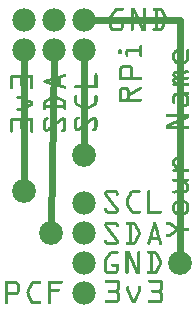
<source format=gtl>
G04 MADE WITH FRITZING*
G04 WWW.FRITZING.ORG*
G04 DOUBLE SIDED*
G04 HOLES PLATED*
G04 CONTOUR ON CENTER OF CONTOUR VECTOR*
%ASAXBY*%
%FSLAX23Y23*%
%MOIN*%
%OFA0B0*%
%SFA1.0B1.0*%
%ADD10C,0.078000*%
%ADD11C,0.079370*%
%ADD12C,0.024000*%
%ADD13R,0.001000X0.001000*%
%LNCOPPER1*%
G90*
G70*
G54D10*
X102Y878D03*
X202Y878D03*
X302Y878D03*
X102Y878D03*
X202Y878D03*
X302Y878D03*
X302Y978D03*
X202Y978D03*
X102Y978D03*
X302Y68D03*
X302Y168D03*
X302Y268D03*
X302Y368D03*
G54D11*
X302Y528D03*
X192Y268D03*
X102Y408D03*
X622Y168D03*
G54D12*
X102Y439D02*
X102Y848D01*
D02*
X193Y299D02*
X202Y848D01*
D02*
X302Y559D02*
X302Y848D01*
D02*
X623Y979D02*
X622Y199D01*
D02*
X333Y978D02*
X623Y979D01*
G54D13*
X412Y1018D02*
X434Y1018D01*
X459Y1018D02*
X472Y1018D01*
X502Y1018D02*
X506Y1018D01*
X534Y1018D02*
X559Y1018D01*
X410Y1017D02*
X435Y1017D01*
X459Y1017D02*
X472Y1017D01*
X500Y1017D02*
X507Y1017D01*
X533Y1017D02*
X561Y1017D01*
X408Y1016D02*
X436Y1016D01*
X459Y1016D02*
X473Y1016D01*
X500Y1016D02*
X508Y1016D01*
X532Y1016D02*
X563Y1016D01*
X407Y1015D02*
X436Y1015D01*
X459Y1015D02*
X473Y1015D01*
X499Y1015D02*
X508Y1015D01*
X532Y1015D02*
X564Y1015D01*
X406Y1014D02*
X436Y1014D01*
X459Y1014D02*
X474Y1014D01*
X499Y1014D02*
X508Y1014D01*
X531Y1014D02*
X565Y1014D01*
X405Y1013D02*
X436Y1013D01*
X459Y1013D02*
X474Y1013D01*
X499Y1013D02*
X508Y1013D01*
X532Y1013D02*
X566Y1013D01*
X404Y1012D02*
X436Y1012D01*
X459Y1012D02*
X475Y1012D01*
X499Y1012D02*
X508Y1012D01*
X532Y1012D02*
X567Y1012D01*
X404Y1011D02*
X435Y1011D01*
X459Y1011D02*
X475Y1011D01*
X499Y1011D02*
X508Y1011D01*
X532Y1011D02*
X567Y1011D01*
X403Y1010D02*
X434Y1010D01*
X459Y1010D02*
X476Y1010D01*
X499Y1010D02*
X508Y1010D01*
X533Y1010D02*
X568Y1010D01*
X402Y1009D02*
X433Y1009D01*
X459Y1009D02*
X476Y1009D01*
X499Y1009D02*
X508Y1009D01*
X535Y1009D02*
X568Y1009D01*
X401Y1008D02*
X414Y1008D01*
X459Y1008D02*
X476Y1008D01*
X499Y1008D02*
X508Y1008D01*
X541Y1008D02*
X550Y1008D01*
X558Y1008D02*
X569Y1008D01*
X401Y1007D02*
X412Y1007D01*
X459Y1007D02*
X477Y1007D01*
X499Y1007D02*
X508Y1007D01*
X541Y1007D02*
X550Y1007D01*
X559Y1007D02*
X569Y1007D01*
X400Y1006D02*
X412Y1006D01*
X459Y1006D02*
X477Y1006D01*
X499Y1006D02*
X508Y1006D01*
X541Y1006D02*
X550Y1006D01*
X559Y1006D02*
X570Y1006D01*
X399Y1005D02*
X411Y1005D01*
X459Y1005D02*
X478Y1005D01*
X499Y1005D02*
X508Y1005D01*
X541Y1005D02*
X550Y1005D01*
X560Y1005D02*
X570Y1005D01*
X398Y1004D02*
X410Y1004D01*
X459Y1004D02*
X478Y1004D01*
X499Y1004D02*
X508Y1004D01*
X541Y1004D02*
X550Y1004D01*
X560Y1004D02*
X571Y1004D01*
X397Y1003D02*
X409Y1003D01*
X459Y1003D02*
X479Y1003D01*
X499Y1003D02*
X508Y1003D01*
X541Y1003D02*
X550Y1003D01*
X561Y1003D02*
X571Y1003D01*
X397Y1002D02*
X409Y1002D01*
X459Y1002D02*
X479Y1002D01*
X499Y1002D02*
X508Y1002D01*
X541Y1002D02*
X550Y1002D01*
X561Y1002D02*
X572Y1002D01*
X396Y1001D02*
X408Y1001D01*
X459Y1001D02*
X480Y1001D01*
X499Y1001D02*
X508Y1001D01*
X541Y1001D02*
X550Y1001D01*
X562Y1001D02*
X572Y1001D01*
X395Y1000D02*
X407Y1000D01*
X459Y1000D02*
X480Y1000D01*
X499Y1000D02*
X508Y1000D01*
X541Y1000D02*
X550Y1000D01*
X562Y1000D02*
X573Y1000D01*
X394Y999D02*
X406Y999D01*
X459Y999D02*
X480Y999D01*
X499Y999D02*
X508Y999D01*
X541Y999D02*
X550Y999D01*
X563Y999D02*
X573Y999D01*
X394Y998D02*
X405Y998D01*
X459Y998D02*
X469Y998D01*
X471Y998D02*
X481Y998D01*
X499Y998D02*
X508Y998D01*
X541Y998D02*
X550Y998D01*
X563Y998D02*
X574Y998D01*
X393Y997D02*
X405Y997D01*
X459Y997D02*
X469Y997D01*
X471Y997D02*
X481Y997D01*
X499Y997D02*
X508Y997D01*
X541Y997D02*
X550Y997D01*
X564Y997D02*
X574Y997D01*
X392Y996D02*
X404Y996D01*
X459Y996D02*
X469Y996D01*
X472Y996D02*
X482Y996D01*
X499Y996D02*
X508Y996D01*
X541Y996D02*
X550Y996D01*
X564Y996D02*
X575Y996D01*
X391Y995D02*
X403Y995D01*
X459Y995D02*
X469Y995D01*
X472Y995D02*
X482Y995D01*
X499Y995D02*
X508Y995D01*
X541Y995D02*
X550Y995D01*
X565Y995D02*
X575Y995D01*
X391Y994D02*
X402Y994D01*
X459Y994D02*
X469Y994D01*
X472Y994D02*
X483Y994D01*
X499Y994D02*
X508Y994D01*
X541Y994D02*
X550Y994D01*
X565Y994D02*
X576Y994D01*
X390Y993D02*
X401Y993D01*
X459Y993D02*
X469Y993D01*
X473Y993D02*
X483Y993D01*
X499Y993D02*
X508Y993D01*
X541Y993D02*
X550Y993D01*
X566Y993D02*
X576Y993D01*
X390Y992D02*
X401Y992D01*
X459Y992D02*
X469Y992D01*
X473Y992D02*
X483Y992D01*
X499Y992D02*
X508Y992D01*
X541Y992D02*
X550Y992D01*
X566Y992D02*
X577Y992D01*
X389Y991D02*
X400Y991D01*
X459Y991D02*
X469Y991D01*
X474Y991D02*
X484Y991D01*
X499Y991D02*
X508Y991D01*
X541Y991D02*
X550Y991D01*
X567Y991D02*
X577Y991D01*
X389Y990D02*
X399Y990D01*
X459Y990D02*
X469Y990D01*
X474Y990D02*
X484Y990D01*
X499Y990D02*
X508Y990D01*
X541Y990D02*
X550Y990D01*
X567Y990D02*
X578Y990D01*
X388Y989D02*
X398Y989D01*
X459Y989D02*
X469Y989D01*
X475Y989D02*
X485Y989D01*
X499Y989D02*
X508Y989D01*
X541Y989D02*
X550Y989D01*
X568Y989D02*
X578Y989D01*
X388Y988D02*
X398Y988D01*
X459Y988D02*
X469Y988D01*
X475Y988D02*
X485Y988D01*
X499Y988D02*
X508Y988D01*
X541Y988D02*
X550Y988D01*
X568Y988D02*
X579Y988D01*
X388Y987D02*
X397Y987D01*
X459Y987D02*
X469Y987D01*
X476Y987D02*
X486Y987D01*
X499Y987D02*
X508Y987D01*
X541Y987D02*
X550Y987D01*
X569Y987D02*
X579Y987D01*
X388Y986D02*
X397Y986D01*
X459Y986D02*
X469Y986D01*
X476Y986D02*
X486Y986D01*
X499Y986D02*
X508Y986D01*
X541Y986D02*
X550Y986D01*
X569Y986D02*
X579Y986D01*
X388Y985D02*
X397Y985D01*
X459Y985D02*
X469Y985D01*
X476Y985D02*
X487Y985D01*
X499Y985D02*
X508Y985D01*
X541Y985D02*
X550Y985D01*
X570Y985D02*
X580Y985D01*
X387Y984D02*
X397Y984D01*
X459Y984D02*
X469Y984D01*
X477Y984D02*
X487Y984D01*
X499Y984D02*
X508Y984D01*
X541Y984D02*
X550Y984D01*
X570Y984D02*
X580Y984D01*
X387Y983D02*
X397Y983D01*
X459Y983D02*
X469Y983D01*
X477Y983D02*
X487Y983D01*
X499Y983D02*
X508Y983D01*
X541Y983D02*
X550Y983D01*
X571Y983D02*
X580Y983D01*
X387Y982D02*
X397Y982D01*
X459Y982D02*
X469Y982D01*
X478Y982D02*
X488Y982D01*
X499Y982D02*
X508Y982D01*
X541Y982D02*
X550Y982D01*
X571Y982D02*
X580Y982D01*
X387Y981D02*
X397Y981D01*
X459Y981D02*
X469Y981D01*
X478Y981D02*
X488Y981D01*
X499Y981D02*
X508Y981D01*
X541Y981D02*
X550Y981D01*
X571Y981D02*
X580Y981D01*
X387Y980D02*
X397Y980D01*
X459Y980D02*
X469Y980D01*
X479Y980D02*
X489Y980D01*
X499Y980D02*
X508Y980D01*
X541Y980D02*
X550Y980D01*
X571Y980D02*
X580Y980D01*
X387Y979D02*
X397Y979D01*
X459Y979D02*
X469Y979D01*
X479Y979D02*
X489Y979D01*
X499Y979D02*
X508Y979D01*
X541Y979D02*
X550Y979D01*
X571Y979D02*
X580Y979D01*
X387Y978D02*
X397Y978D01*
X459Y978D02*
X469Y978D01*
X479Y978D02*
X490Y978D01*
X499Y978D02*
X508Y978D01*
X541Y978D02*
X550Y978D01*
X571Y978D02*
X580Y978D01*
X387Y977D02*
X397Y977D01*
X459Y977D02*
X469Y977D01*
X480Y977D02*
X490Y977D01*
X499Y977D02*
X508Y977D01*
X541Y977D02*
X550Y977D01*
X571Y977D02*
X580Y977D01*
X387Y976D02*
X397Y976D01*
X415Y976D02*
X436Y976D01*
X459Y976D02*
X469Y976D01*
X480Y976D02*
X490Y976D01*
X499Y976D02*
X508Y976D01*
X541Y976D02*
X550Y976D01*
X570Y976D02*
X580Y976D01*
X387Y975D02*
X397Y975D01*
X414Y975D02*
X436Y975D01*
X459Y975D02*
X469Y975D01*
X481Y975D02*
X491Y975D01*
X499Y975D02*
X508Y975D01*
X541Y975D02*
X550Y975D01*
X570Y975D02*
X580Y975D01*
X387Y974D02*
X397Y974D01*
X413Y974D02*
X436Y974D01*
X459Y974D02*
X469Y974D01*
X481Y974D02*
X491Y974D01*
X499Y974D02*
X508Y974D01*
X541Y974D02*
X550Y974D01*
X570Y974D02*
X579Y974D01*
X387Y973D02*
X397Y973D01*
X413Y973D02*
X436Y973D01*
X459Y973D02*
X469Y973D01*
X482Y973D02*
X492Y973D01*
X499Y973D02*
X508Y973D01*
X541Y973D02*
X550Y973D01*
X569Y973D02*
X579Y973D01*
X387Y972D02*
X397Y972D01*
X412Y972D02*
X436Y972D01*
X459Y972D02*
X469Y972D01*
X482Y972D02*
X492Y972D01*
X499Y972D02*
X508Y972D01*
X541Y972D02*
X550Y972D01*
X569Y972D02*
X579Y972D01*
X387Y971D02*
X397Y971D01*
X412Y971D02*
X436Y971D01*
X459Y971D02*
X469Y971D01*
X483Y971D02*
X493Y971D01*
X499Y971D02*
X508Y971D01*
X541Y971D02*
X550Y971D01*
X568Y971D02*
X578Y971D01*
X387Y970D02*
X397Y970D01*
X412Y970D02*
X436Y970D01*
X459Y970D02*
X469Y970D01*
X483Y970D02*
X493Y970D01*
X499Y970D02*
X508Y970D01*
X541Y970D02*
X550Y970D01*
X568Y970D02*
X578Y970D01*
X387Y969D02*
X397Y969D01*
X413Y969D02*
X436Y969D01*
X459Y969D02*
X469Y969D01*
X483Y969D02*
X494Y969D01*
X499Y969D02*
X508Y969D01*
X541Y969D02*
X550Y969D01*
X567Y969D02*
X577Y969D01*
X387Y968D02*
X397Y968D01*
X414Y968D02*
X436Y968D01*
X459Y968D02*
X469Y968D01*
X484Y968D02*
X494Y968D01*
X499Y968D02*
X508Y968D01*
X541Y968D02*
X550Y968D01*
X567Y968D02*
X577Y968D01*
X387Y967D02*
X397Y967D01*
X415Y967D02*
X436Y967D01*
X459Y967D02*
X469Y967D01*
X484Y967D02*
X494Y967D01*
X499Y967D02*
X508Y967D01*
X541Y967D02*
X550Y967D01*
X566Y967D02*
X576Y967D01*
X387Y966D02*
X397Y966D01*
X427Y966D02*
X436Y966D01*
X459Y966D02*
X469Y966D01*
X485Y966D02*
X495Y966D01*
X499Y966D02*
X508Y966D01*
X541Y966D02*
X550Y966D01*
X566Y966D02*
X576Y966D01*
X387Y965D02*
X397Y965D01*
X427Y965D02*
X436Y965D01*
X459Y965D02*
X469Y965D01*
X485Y965D02*
X495Y965D01*
X499Y965D02*
X508Y965D01*
X541Y965D02*
X550Y965D01*
X565Y965D02*
X575Y965D01*
X387Y964D02*
X397Y964D01*
X427Y964D02*
X436Y964D01*
X459Y964D02*
X469Y964D01*
X486Y964D02*
X496Y964D01*
X499Y964D02*
X508Y964D01*
X541Y964D02*
X550Y964D01*
X565Y964D02*
X575Y964D01*
X387Y963D02*
X397Y963D01*
X427Y963D02*
X436Y963D01*
X459Y963D02*
X469Y963D01*
X486Y963D02*
X496Y963D01*
X499Y963D02*
X508Y963D01*
X541Y963D02*
X550Y963D01*
X564Y963D02*
X574Y963D01*
X387Y962D02*
X397Y962D01*
X427Y962D02*
X436Y962D01*
X459Y962D02*
X469Y962D01*
X487Y962D02*
X497Y962D01*
X499Y962D02*
X508Y962D01*
X541Y962D02*
X550Y962D01*
X564Y962D02*
X574Y962D01*
X387Y961D02*
X397Y961D01*
X427Y961D02*
X436Y961D01*
X459Y961D02*
X469Y961D01*
X487Y961D02*
X497Y961D01*
X499Y961D02*
X508Y961D01*
X541Y961D02*
X550Y961D01*
X563Y961D02*
X573Y961D01*
X387Y960D02*
X397Y960D01*
X427Y960D02*
X436Y960D01*
X459Y960D02*
X469Y960D01*
X487Y960D02*
X497Y960D01*
X499Y960D02*
X508Y960D01*
X541Y960D02*
X550Y960D01*
X563Y960D02*
X573Y960D01*
X387Y959D02*
X397Y959D01*
X427Y959D02*
X436Y959D01*
X459Y959D02*
X469Y959D01*
X488Y959D02*
X508Y959D01*
X541Y959D02*
X550Y959D01*
X562Y959D02*
X572Y959D01*
X387Y958D02*
X397Y958D01*
X427Y958D02*
X436Y958D01*
X459Y958D02*
X469Y958D01*
X488Y958D02*
X508Y958D01*
X541Y958D02*
X550Y958D01*
X562Y958D02*
X572Y958D01*
X387Y957D02*
X397Y957D01*
X427Y957D02*
X436Y957D01*
X459Y957D02*
X469Y957D01*
X489Y957D02*
X508Y957D01*
X541Y957D02*
X550Y957D01*
X561Y957D02*
X571Y957D01*
X387Y956D02*
X397Y956D01*
X427Y956D02*
X436Y956D01*
X459Y956D02*
X469Y956D01*
X489Y956D02*
X508Y956D01*
X541Y956D02*
X550Y956D01*
X561Y956D02*
X571Y956D01*
X388Y955D02*
X397Y955D01*
X427Y955D02*
X436Y955D01*
X459Y955D02*
X469Y955D01*
X490Y955D02*
X508Y955D01*
X541Y955D02*
X550Y955D01*
X560Y955D02*
X570Y955D01*
X388Y954D02*
X397Y954D01*
X427Y954D02*
X436Y954D01*
X459Y954D02*
X469Y954D01*
X490Y954D02*
X508Y954D01*
X541Y954D02*
X550Y954D01*
X560Y954D02*
X570Y954D01*
X388Y953D02*
X398Y953D01*
X426Y953D02*
X436Y953D01*
X459Y953D02*
X469Y953D01*
X490Y953D02*
X508Y953D01*
X541Y953D02*
X550Y953D01*
X559Y953D02*
X570Y953D01*
X388Y952D02*
X399Y952D01*
X425Y952D02*
X436Y952D01*
X459Y952D02*
X469Y952D01*
X491Y952D02*
X508Y952D01*
X541Y952D02*
X550Y952D01*
X558Y952D02*
X569Y952D01*
X388Y951D02*
X401Y951D01*
X422Y951D02*
X435Y951D01*
X459Y951D02*
X469Y951D01*
X491Y951D02*
X508Y951D01*
X541Y951D02*
X551Y951D01*
X556Y951D02*
X569Y951D01*
X389Y950D02*
X435Y950D01*
X459Y950D02*
X469Y950D01*
X492Y950D02*
X508Y950D01*
X534Y950D02*
X568Y950D01*
X389Y949D02*
X434Y949D01*
X459Y949D02*
X469Y949D01*
X492Y949D02*
X508Y949D01*
X533Y949D02*
X568Y949D01*
X390Y948D02*
X434Y948D01*
X459Y948D02*
X469Y948D01*
X493Y948D02*
X508Y948D01*
X532Y948D02*
X567Y948D01*
X390Y947D02*
X433Y947D01*
X459Y947D02*
X469Y947D01*
X493Y947D02*
X508Y947D01*
X532Y947D02*
X566Y947D01*
X391Y946D02*
X432Y946D01*
X459Y946D02*
X468Y946D01*
X494Y946D02*
X508Y946D01*
X531Y946D02*
X566Y946D01*
X392Y945D02*
X431Y945D01*
X460Y945D02*
X468Y945D01*
X494Y945D02*
X508Y945D01*
X532Y945D02*
X565Y945D01*
X393Y944D02*
X430Y944D01*
X460Y944D02*
X468Y944D01*
X494Y944D02*
X508Y944D01*
X532Y944D02*
X563Y944D01*
X395Y943D02*
X429Y943D01*
X460Y943D02*
X467Y943D01*
X495Y943D02*
X508Y943D01*
X532Y943D02*
X562Y943D01*
X397Y942D02*
X427Y942D01*
X461Y942D02*
X467Y942D01*
X495Y942D02*
X508Y942D01*
X533Y942D02*
X560Y942D01*
X400Y941D02*
X423Y941D01*
X463Y941D02*
X464Y941D01*
X496Y941D02*
X508Y941D01*
X535Y941D02*
X556Y941D01*
X491Y894D02*
X494Y894D01*
X490Y893D02*
X496Y893D01*
X489Y892D02*
X496Y892D01*
X488Y891D02*
X497Y891D01*
X488Y890D02*
X497Y890D01*
X488Y889D02*
X497Y889D01*
X488Y888D02*
X497Y888D01*
X488Y887D02*
X497Y887D01*
X488Y886D02*
X497Y886D01*
X488Y885D02*
X497Y885D01*
X488Y884D02*
X497Y884D01*
X488Y883D02*
X497Y883D01*
X488Y882D02*
X497Y882D01*
X488Y881D02*
X497Y881D01*
X488Y880D02*
X497Y880D01*
X612Y880D02*
X630Y880D01*
X647Y880D02*
X651Y880D01*
X419Y879D02*
X427Y879D01*
X444Y879D02*
X497Y879D01*
X609Y879D02*
X631Y879D01*
X646Y879D02*
X652Y879D01*
X417Y878D02*
X428Y878D01*
X443Y878D02*
X497Y878D01*
X607Y878D02*
X632Y878D01*
X645Y878D02*
X653Y878D01*
X417Y877D02*
X429Y877D01*
X442Y877D02*
X497Y877D01*
X606Y877D02*
X632Y877D01*
X645Y877D02*
X653Y877D01*
X416Y876D02*
X429Y876D01*
X442Y876D02*
X497Y876D01*
X605Y876D02*
X632Y876D01*
X645Y876D02*
X653Y876D01*
X416Y875D02*
X429Y875D01*
X441Y875D02*
X497Y875D01*
X604Y875D02*
X632Y875D01*
X644Y875D02*
X654Y875D01*
X416Y874D02*
X429Y874D01*
X441Y874D02*
X497Y874D01*
X603Y874D02*
X632Y874D01*
X644Y874D02*
X654Y874D01*
X416Y873D02*
X429Y873D01*
X441Y873D02*
X497Y873D01*
X602Y873D02*
X632Y873D01*
X644Y873D02*
X654Y873D01*
X416Y872D02*
X429Y872D01*
X441Y872D02*
X497Y872D01*
X602Y872D02*
X632Y872D01*
X644Y872D02*
X654Y872D01*
X416Y871D02*
X429Y871D01*
X441Y871D02*
X497Y871D01*
X601Y871D02*
X632Y871D01*
X644Y871D02*
X654Y871D01*
X416Y870D02*
X429Y870D01*
X441Y870D02*
X497Y870D01*
X600Y870D02*
X613Y870D01*
X623Y870D02*
X632Y870D01*
X644Y870D02*
X654Y870D01*
X416Y869D02*
X429Y869D01*
X441Y869D02*
X450Y869D01*
X488Y869D02*
X497Y869D01*
X600Y869D02*
X611Y869D01*
X623Y869D02*
X632Y869D01*
X644Y869D02*
X654Y869D01*
X416Y868D02*
X429Y868D01*
X441Y868D02*
X450Y868D01*
X488Y868D02*
X497Y868D01*
X599Y868D02*
X610Y868D01*
X623Y868D02*
X632Y868D01*
X644Y868D02*
X654Y868D01*
X417Y867D02*
X428Y867D01*
X441Y867D02*
X450Y867D01*
X488Y867D02*
X497Y867D01*
X599Y867D02*
X609Y867D01*
X623Y867D02*
X632Y867D01*
X644Y867D02*
X654Y867D01*
X418Y866D02*
X428Y866D01*
X441Y866D02*
X450Y866D01*
X488Y866D02*
X497Y866D01*
X598Y866D02*
X608Y866D01*
X623Y866D02*
X632Y866D01*
X644Y866D02*
X654Y866D01*
X419Y865D02*
X426Y865D01*
X441Y865D02*
X450Y865D01*
X488Y865D02*
X497Y865D01*
X598Y865D02*
X608Y865D01*
X623Y865D02*
X632Y865D01*
X644Y865D02*
X654Y865D01*
X441Y864D02*
X450Y864D01*
X488Y864D02*
X497Y864D01*
X598Y864D02*
X607Y864D01*
X623Y864D02*
X632Y864D01*
X644Y864D02*
X654Y864D01*
X441Y863D02*
X450Y863D01*
X488Y863D02*
X497Y863D01*
X598Y863D02*
X607Y863D01*
X623Y863D02*
X632Y863D01*
X644Y863D02*
X654Y863D01*
X441Y862D02*
X450Y862D01*
X488Y862D02*
X497Y862D01*
X598Y862D02*
X607Y862D01*
X623Y862D02*
X632Y862D01*
X644Y862D02*
X654Y862D01*
X441Y861D02*
X450Y861D01*
X488Y861D02*
X497Y861D01*
X598Y861D02*
X607Y861D01*
X623Y861D02*
X632Y861D01*
X644Y861D02*
X654Y861D01*
X441Y860D02*
X450Y860D01*
X488Y860D02*
X497Y860D01*
X598Y860D02*
X607Y860D01*
X623Y860D02*
X632Y860D01*
X644Y860D02*
X654Y860D01*
X442Y859D02*
X450Y859D01*
X488Y859D02*
X497Y859D01*
X598Y859D02*
X607Y859D01*
X623Y859D02*
X632Y859D01*
X644Y859D02*
X654Y859D01*
X442Y858D02*
X450Y858D01*
X488Y858D02*
X497Y858D01*
X598Y858D02*
X607Y858D01*
X623Y858D02*
X632Y858D01*
X644Y858D02*
X654Y858D01*
X442Y857D02*
X450Y857D01*
X489Y857D02*
X496Y857D01*
X598Y857D02*
X607Y857D01*
X623Y857D02*
X632Y857D01*
X644Y857D02*
X654Y857D01*
X443Y856D02*
X449Y856D01*
X490Y856D02*
X495Y856D01*
X598Y856D02*
X607Y856D01*
X623Y856D02*
X632Y856D01*
X644Y856D02*
X654Y856D01*
X445Y855D02*
X447Y855D01*
X492Y855D02*
X494Y855D01*
X598Y855D02*
X607Y855D01*
X623Y855D02*
X632Y855D01*
X644Y855D02*
X654Y855D01*
X598Y854D02*
X607Y854D01*
X623Y854D02*
X632Y854D01*
X644Y854D02*
X654Y854D01*
X598Y853D02*
X607Y853D01*
X623Y853D02*
X632Y853D01*
X644Y853D02*
X654Y853D01*
X598Y852D02*
X607Y852D01*
X623Y852D02*
X632Y852D01*
X644Y852D02*
X654Y852D01*
X598Y851D02*
X607Y851D01*
X623Y851D02*
X632Y851D01*
X644Y851D02*
X654Y851D01*
X598Y850D02*
X607Y850D01*
X623Y850D02*
X632Y850D01*
X644Y850D02*
X654Y850D01*
X598Y849D02*
X607Y849D01*
X623Y849D02*
X632Y849D01*
X644Y849D02*
X654Y849D01*
X598Y848D02*
X607Y848D01*
X623Y848D02*
X632Y848D01*
X644Y848D02*
X653Y848D01*
X598Y847D02*
X607Y847D01*
X623Y847D02*
X632Y847D01*
X644Y847D02*
X653Y847D01*
X598Y846D02*
X608Y846D01*
X623Y846D02*
X632Y846D01*
X643Y846D02*
X653Y846D01*
X598Y845D02*
X609Y845D01*
X623Y845D02*
X632Y845D01*
X642Y845D02*
X653Y845D01*
X599Y844D02*
X610Y844D01*
X623Y844D02*
X632Y844D01*
X641Y844D02*
X653Y844D01*
X599Y843D02*
X611Y843D01*
X623Y843D02*
X632Y843D01*
X641Y843D02*
X652Y843D01*
X600Y842D02*
X612Y842D01*
X623Y842D02*
X632Y842D01*
X639Y842D02*
X652Y842D01*
X600Y841D02*
X614Y841D01*
X623Y841D02*
X633Y841D01*
X637Y841D02*
X651Y841D01*
X601Y840D02*
X650Y840D01*
X602Y839D02*
X649Y839D01*
X603Y838D02*
X649Y838D01*
X604Y837D02*
X648Y837D01*
X605Y836D02*
X647Y836D01*
X606Y835D02*
X646Y835D01*
X607Y834D02*
X645Y834D01*
X608Y833D02*
X643Y833D01*
X610Y832D02*
X642Y832D01*
X614Y831D02*
X637Y831D01*
X431Y827D02*
X456Y827D01*
X429Y826D02*
X459Y826D01*
X427Y825D02*
X461Y825D01*
X426Y824D02*
X462Y824D01*
X425Y823D02*
X463Y823D01*
X424Y822D02*
X464Y822D01*
X423Y821D02*
X465Y821D01*
X422Y820D02*
X465Y820D01*
X422Y819D02*
X466Y819D01*
X421Y818D02*
X466Y818D01*
X421Y817D02*
X432Y817D01*
X455Y817D02*
X467Y817D01*
X421Y816D02*
X431Y816D01*
X457Y816D02*
X467Y816D01*
X420Y815D02*
X430Y815D01*
X457Y815D02*
X467Y815D01*
X420Y814D02*
X430Y814D01*
X458Y814D02*
X467Y814D01*
X420Y813D02*
X429Y813D01*
X458Y813D02*
X467Y813D01*
X420Y812D02*
X429Y812D01*
X458Y812D02*
X467Y812D01*
X420Y811D02*
X429Y811D01*
X458Y811D02*
X467Y811D01*
X420Y810D02*
X429Y810D01*
X458Y810D02*
X467Y810D01*
X420Y809D02*
X429Y809D01*
X458Y809D02*
X467Y809D01*
X641Y809D02*
X650Y809D01*
X420Y808D02*
X429Y808D01*
X458Y808D02*
X467Y808D01*
X614Y808D02*
X652Y808D01*
X420Y807D02*
X429Y807D01*
X458Y807D02*
X467Y807D01*
X605Y807D02*
X653Y807D01*
X420Y806D02*
X429Y806D01*
X458Y806D02*
X467Y806D01*
X604Y806D02*
X653Y806D01*
X420Y805D02*
X429Y805D01*
X458Y805D02*
X467Y805D01*
X602Y805D02*
X653Y805D01*
X420Y804D02*
X429Y804D01*
X458Y804D02*
X467Y804D01*
X601Y804D02*
X653Y804D01*
X420Y803D02*
X429Y803D01*
X458Y803D02*
X467Y803D01*
X600Y803D02*
X653Y803D01*
X420Y802D02*
X429Y802D01*
X458Y802D02*
X467Y802D01*
X600Y802D02*
X653Y802D01*
X420Y801D02*
X429Y801D01*
X458Y801D02*
X467Y801D01*
X599Y801D02*
X652Y801D01*
X343Y800D02*
X343Y800D01*
X420Y800D02*
X429Y800D01*
X458Y800D02*
X467Y800D01*
X599Y800D02*
X651Y800D01*
X341Y799D02*
X345Y799D01*
X420Y799D02*
X429Y799D01*
X458Y799D02*
X467Y799D01*
X599Y799D02*
X643Y799D01*
X340Y798D02*
X346Y798D01*
X420Y798D02*
X429Y798D01*
X458Y798D02*
X467Y798D01*
X598Y798D02*
X614Y798D01*
X237Y797D02*
X242Y797D01*
X339Y797D02*
X347Y797D01*
X420Y797D02*
X429Y797D01*
X458Y797D02*
X467Y797D01*
X598Y797D02*
X607Y797D01*
X234Y796D02*
X243Y796D01*
X339Y796D02*
X347Y796D01*
X420Y796D02*
X429Y796D01*
X458Y796D02*
X467Y796D01*
X598Y796D02*
X607Y796D01*
X63Y795D02*
X90Y795D01*
X101Y795D02*
X128Y795D01*
X230Y795D02*
X244Y795D01*
X338Y795D02*
X348Y795D01*
X420Y795D02*
X429Y795D01*
X458Y795D02*
X467Y795D01*
X598Y795D02*
X607Y795D01*
X61Y794D02*
X92Y794D01*
X99Y794D02*
X130Y794D01*
X227Y794D02*
X244Y794D01*
X338Y794D02*
X348Y794D01*
X420Y794D02*
X429Y794D01*
X458Y794D02*
X467Y794D01*
X598Y794D02*
X608Y794D01*
X60Y793D02*
X94Y793D01*
X97Y793D02*
X131Y793D01*
X224Y793D02*
X244Y793D01*
X338Y793D02*
X348Y793D01*
X420Y793D02*
X429Y793D01*
X458Y793D02*
X467Y793D01*
X598Y793D02*
X609Y793D01*
X59Y792D02*
X132Y792D01*
X220Y792D02*
X244Y792D01*
X338Y792D02*
X348Y792D01*
X420Y792D02*
X429Y792D01*
X458Y792D02*
X467Y792D01*
X599Y792D02*
X610Y792D01*
X58Y791D02*
X132Y791D01*
X217Y791D02*
X244Y791D01*
X338Y791D02*
X348Y791D01*
X420Y791D02*
X429Y791D01*
X458Y791D02*
X467Y791D01*
X599Y791D02*
X611Y791D01*
X58Y790D02*
X133Y790D01*
X213Y790D02*
X244Y790D01*
X338Y790D02*
X348Y790D01*
X420Y790D02*
X429Y790D01*
X458Y790D02*
X467Y790D01*
X600Y790D02*
X612Y790D01*
X57Y789D02*
X133Y789D01*
X210Y789D02*
X243Y789D01*
X338Y789D02*
X348Y789D01*
X420Y789D02*
X429Y789D01*
X458Y789D02*
X467Y789D01*
X600Y789D02*
X612Y789D01*
X57Y788D02*
X134Y788D01*
X206Y788D02*
X241Y788D01*
X338Y788D02*
X348Y788D01*
X420Y788D02*
X430Y788D01*
X458Y788D02*
X468Y788D01*
X601Y788D02*
X651Y788D01*
X57Y787D02*
X134Y787D01*
X203Y787D02*
X238Y787D01*
X338Y787D02*
X348Y787D01*
X420Y787D02*
X495Y787D01*
X602Y787D02*
X652Y787D01*
X57Y786D02*
X134Y786D01*
X200Y786D02*
X234Y786D01*
X338Y786D02*
X348Y786D01*
X420Y786D02*
X496Y786D01*
X602Y786D02*
X653Y786D01*
X57Y785D02*
X66Y785D01*
X88Y785D02*
X102Y785D01*
X125Y785D02*
X134Y785D01*
X196Y785D02*
X231Y785D01*
X338Y785D02*
X348Y785D01*
X420Y785D02*
X497Y785D01*
X601Y785D02*
X653Y785D01*
X57Y784D02*
X66Y784D01*
X89Y784D02*
X101Y784D01*
X125Y784D02*
X134Y784D01*
X193Y784D02*
X228Y784D01*
X338Y784D02*
X348Y784D01*
X420Y784D02*
X497Y784D01*
X600Y784D02*
X653Y784D01*
X57Y783D02*
X66Y783D01*
X90Y783D02*
X100Y783D01*
X125Y783D02*
X134Y783D01*
X189Y783D02*
X227Y783D01*
X338Y783D02*
X348Y783D01*
X420Y783D02*
X497Y783D01*
X600Y783D02*
X653Y783D01*
X57Y782D02*
X66Y782D01*
X91Y782D02*
X100Y782D01*
X125Y782D02*
X134Y782D01*
X186Y782D02*
X227Y782D01*
X338Y782D02*
X348Y782D01*
X420Y782D02*
X497Y782D01*
X599Y782D02*
X653Y782D01*
X57Y781D02*
X66Y781D01*
X91Y781D02*
X100Y781D01*
X125Y781D02*
X134Y781D01*
X182Y781D02*
X227Y781D01*
X338Y781D02*
X348Y781D01*
X420Y781D02*
X497Y781D01*
X599Y781D02*
X653Y781D01*
X57Y780D02*
X66Y780D01*
X91Y780D02*
X100Y780D01*
X125Y780D02*
X134Y780D01*
X179Y780D02*
X214Y780D01*
X218Y780D02*
X227Y780D01*
X338Y780D02*
X348Y780D01*
X420Y780D02*
X496Y780D01*
X598Y780D02*
X652Y780D01*
X57Y779D02*
X66Y779D01*
X91Y779D02*
X100Y779D01*
X125Y779D02*
X134Y779D01*
X176Y779D02*
X211Y779D01*
X218Y779D02*
X227Y779D01*
X338Y779D02*
X348Y779D01*
X420Y779D02*
X495Y779D01*
X598Y779D02*
X650Y779D01*
X57Y778D02*
X66Y778D01*
X91Y778D02*
X100Y778D01*
X125Y778D02*
X134Y778D01*
X172Y778D02*
X207Y778D01*
X218Y778D02*
X227Y778D01*
X338Y778D02*
X348Y778D01*
X420Y778D02*
X493Y778D01*
X598Y778D02*
X607Y778D01*
X57Y777D02*
X66Y777D01*
X91Y777D02*
X100Y777D01*
X125Y777D02*
X134Y777D01*
X170Y777D02*
X204Y777D01*
X218Y777D02*
X227Y777D01*
X338Y777D02*
X348Y777D01*
X598Y777D02*
X607Y777D01*
X57Y776D02*
X66Y776D01*
X91Y776D02*
X100Y776D01*
X125Y776D02*
X134Y776D01*
X169Y776D02*
X200Y776D01*
X218Y776D02*
X227Y776D01*
X338Y776D02*
X348Y776D01*
X598Y776D02*
X607Y776D01*
X57Y775D02*
X66Y775D01*
X91Y775D02*
X100Y775D01*
X125Y775D02*
X134Y775D01*
X168Y775D02*
X197Y775D01*
X218Y775D02*
X227Y775D01*
X338Y775D02*
X348Y775D01*
X598Y775D02*
X607Y775D01*
X57Y774D02*
X66Y774D01*
X91Y774D02*
X100Y774D01*
X125Y774D02*
X134Y774D01*
X168Y774D02*
X194Y774D01*
X218Y774D02*
X227Y774D01*
X338Y774D02*
X348Y774D01*
X598Y774D02*
X608Y774D01*
X57Y773D02*
X66Y773D01*
X91Y773D02*
X100Y773D01*
X125Y773D02*
X134Y773D01*
X167Y773D02*
X190Y773D01*
X218Y773D02*
X227Y773D01*
X338Y773D02*
X348Y773D01*
X598Y773D02*
X609Y773D01*
X57Y772D02*
X66Y772D01*
X91Y772D02*
X100Y772D01*
X125Y772D02*
X134Y772D01*
X168Y772D02*
X192Y772D01*
X218Y772D02*
X227Y772D01*
X338Y772D02*
X348Y772D01*
X599Y772D02*
X610Y772D01*
X57Y771D02*
X66Y771D01*
X91Y771D02*
X100Y771D01*
X125Y771D02*
X134Y771D01*
X168Y771D02*
X196Y771D01*
X218Y771D02*
X227Y771D01*
X338Y771D02*
X348Y771D01*
X599Y771D02*
X611Y771D01*
X57Y770D02*
X66Y770D01*
X91Y770D02*
X100Y770D01*
X125Y770D02*
X134Y770D01*
X168Y770D02*
X199Y770D01*
X218Y770D02*
X227Y770D01*
X338Y770D02*
X348Y770D01*
X600Y770D02*
X612Y770D01*
X57Y769D02*
X66Y769D01*
X91Y769D02*
X100Y769D01*
X125Y769D02*
X134Y769D01*
X169Y769D02*
X202Y769D01*
X218Y769D02*
X227Y769D01*
X338Y769D02*
X348Y769D01*
X600Y769D02*
X613Y769D01*
X57Y768D02*
X66Y768D01*
X91Y768D02*
X100Y768D01*
X125Y768D02*
X134Y768D01*
X171Y768D02*
X206Y768D01*
X218Y768D02*
X227Y768D01*
X338Y768D02*
X348Y768D01*
X601Y768D02*
X649Y768D01*
X57Y767D02*
X66Y767D01*
X91Y767D02*
X100Y767D01*
X125Y767D02*
X134Y767D01*
X174Y767D02*
X209Y767D01*
X218Y767D02*
X227Y767D01*
X338Y767D02*
X348Y767D01*
X600Y767D02*
X651Y767D01*
X57Y766D02*
X66Y766D01*
X91Y766D02*
X100Y766D01*
X125Y766D02*
X134Y766D01*
X178Y766D02*
X213Y766D01*
X218Y766D02*
X227Y766D01*
X338Y766D02*
X348Y766D01*
X599Y766D02*
X652Y766D01*
X57Y765D02*
X66Y765D01*
X91Y765D02*
X100Y765D01*
X125Y765D02*
X134Y765D01*
X181Y765D02*
X216Y765D01*
X218Y765D02*
X227Y765D01*
X338Y765D02*
X348Y765D01*
X598Y765D02*
X653Y765D01*
X57Y764D02*
X66Y764D01*
X91Y764D02*
X100Y764D01*
X125Y764D02*
X134Y764D01*
X185Y764D02*
X227Y764D01*
X338Y764D02*
X348Y764D01*
X598Y764D02*
X653Y764D01*
X57Y763D02*
X66Y763D01*
X91Y763D02*
X100Y763D01*
X125Y763D02*
X134Y763D01*
X188Y763D02*
X227Y763D01*
X338Y763D02*
X348Y763D01*
X598Y763D02*
X653Y763D01*
X57Y762D02*
X66Y762D01*
X91Y762D02*
X100Y762D01*
X125Y762D02*
X134Y762D01*
X191Y762D02*
X227Y762D01*
X338Y762D02*
X348Y762D01*
X598Y762D02*
X653Y762D01*
X57Y761D02*
X66Y761D01*
X91Y761D02*
X100Y761D01*
X125Y761D02*
X134Y761D01*
X195Y761D02*
X230Y761D01*
X338Y761D02*
X348Y761D01*
X598Y761D02*
X653Y761D01*
X57Y760D02*
X66Y760D01*
X91Y760D02*
X100Y760D01*
X125Y760D02*
X134Y760D01*
X198Y760D02*
X233Y760D01*
X274Y760D02*
X348Y760D01*
X599Y760D02*
X652Y760D01*
X57Y759D02*
X66Y759D01*
X91Y759D02*
X99Y759D01*
X125Y759D02*
X134Y759D01*
X202Y759D02*
X237Y759D01*
X272Y759D02*
X348Y759D01*
X600Y759D02*
X651Y759D01*
X57Y758D02*
X66Y758D01*
X92Y758D02*
X99Y758D01*
X125Y758D02*
X134Y758D01*
X205Y758D02*
X240Y758D01*
X271Y758D02*
X348Y758D01*
X57Y757D02*
X66Y757D01*
X93Y757D02*
X98Y757D01*
X125Y757D02*
X134Y757D01*
X208Y757D02*
X242Y757D01*
X271Y757D02*
X348Y757D01*
X57Y756D02*
X66Y756D01*
X125Y756D02*
X134Y756D01*
X212Y756D02*
X243Y756D01*
X271Y756D02*
X348Y756D01*
X57Y755D02*
X66Y755D01*
X125Y755D02*
X134Y755D01*
X215Y755D02*
X244Y755D01*
X271Y755D02*
X348Y755D01*
X431Y755D02*
X444Y755D01*
X491Y755D02*
X494Y755D01*
X57Y754D02*
X66Y754D01*
X125Y754D02*
X134Y754D01*
X219Y754D02*
X244Y754D01*
X271Y754D02*
X348Y754D01*
X429Y754D02*
X446Y754D01*
X489Y754D02*
X496Y754D01*
X57Y753D02*
X66Y753D01*
X125Y753D02*
X134Y753D01*
X222Y753D02*
X244Y753D01*
X271Y753D02*
X348Y753D01*
X427Y753D02*
X448Y753D01*
X487Y753D02*
X496Y753D01*
X57Y752D02*
X66Y752D01*
X125Y752D02*
X134Y752D01*
X226Y752D02*
X244Y752D01*
X272Y752D02*
X348Y752D01*
X426Y752D02*
X449Y752D01*
X486Y752D02*
X497Y752D01*
X57Y751D02*
X66Y751D01*
X125Y751D02*
X134Y751D01*
X229Y751D02*
X244Y751D01*
X273Y751D02*
X348Y751D01*
X425Y751D02*
X450Y751D01*
X484Y751D02*
X497Y751D01*
X57Y750D02*
X66Y750D01*
X125Y750D02*
X134Y750D01*
X232Y750D02*
X243Y750D01*
X424Y750D02*
X451Y750D01*
X482Y750D02*
X497Y750D01*
X57Y749D02*
X65Y749D01*
X125Y749D02*
X133Y749D01*
X236Y749D02*
X243Y749D01*
X423Y749D02*
X452Y749D01*
X480Y749D02*
X497Y749D01*
X58Y748D02*
X65Y748D01*
X126Y748D02*
X133Y748D01*
X239Y748D02*
X241Y748D01*
X422Y748D02*
X453Y748D01*
X479Y748D02*
X496Y748D01*
X59Y747D02*
X64Y747D01*
X127Y747D02*
X131Y747D01*
X422Y747D02*
X453Y747D01*
X477Y747D02*
X496Y747D01*
X421Y746D02*
X454Y746D01*
X475Y746D02*
X494Y746D01*
X421Y745D02*
X432Y745D01*
X443Y745D02*
X454Y745D01*
X474Y745D02*
X493Y745D01*
X421Y744D02*
X431Y744D01*
X444Y744D02*
X454Y744D01*
X472Y744D02*
X491Y744D01*
X420Y743D02*
X430Y743D01*
X445Y743D02*
X455Y743D01*
X470Y743D02*
X489Y743D01*
X420Y742D02*
X430Y742D01*
X445Y742D02*
X455Y742D01*
X468Y742D02*
X488Y742D01*
X420Y741D02*
X429Y741D01*
X446Y741D02*
X455Y741D01*
X467Y741D02*
X486Y741D01*
X420Y740D02*
X429Y740D01*
X446Y740D02*
X455Y740D01*
X465Y740D02*
X484Y740D01*
X420Y739D02*
X429Y739D01*
X446Y739D02*
X455Y739D01*
X463Y739D02*
X482Y739D01*
X420Y738D02*
X429Y738D01*
X446Y738D02*
X455Y738D01*
X462Y738D02*
X481Y738D01*
X420Y737D02*
X429Y737D01*
X446Y737D02*
X455Y737D01*
X460Y737D02*
X479Y737D01*
X420Y736D02*
X429Y736D01*
X446Y736D02*
X455Y736D01*
X458Y736D02*
X477Y736D01*
X632Y736D02*
X651Y736D01*
X420Y735D02*
X429Y735D01*
X446Y735D02*
X476Y735D01*
X610Y735D02*
X652Y735D01*
X420Y734D02*
X429Y734D01*
X446Y734D02*
X474Y734D01*
X607Y734D02*
X653Y734D01*
X420Y733D02*
X429Y733D01*
X446Y733D02*
X472Y733D01*
X605Y733D02*
X653Y733D01*
X420Y732D02*
X429Y732D01*
X446Y732D02*
X470Y732D01*
X603Y732D02*
X653Y732D01*
X420Y731D02*
X429Y731D01*
X446Y731D02*
X469Y731D01*
X602Y731D02*
X653Y731D01*
X420Y730D02*
X429Y730D01*
X446Y730D02*
X467Y730D01*
X601Y730D02*
X653Y730D01*
X420Y729D02*
X429Y729D01*
X446Y729D02*
X465Y729D01*
X601Y729D02*
X653Y729D01*
X275Y728D02*
X275Y728D01*
X343Y728D02*
X343Y728D01*
X420Y728D02*
X429Y728D01*
X446Y728D02*
X464Y728D01*
X600Y728D02*
X652Y728D01*
X273Y727D02*
X278Y727D01*
X341Y727D02*
X345Y727D01*
X420Y727D02*
X429Y727D01*
X446Y727D02*
X462Y727D01*
X599Y727D02*
X651Y727D01*
X272Y726D02*
X279Y726D01*
X340Y726D02*
X346Y726D01*
X420Y726D02*
X429Y726D01*
X446Y726D02*
X460Y726D01*
X599Y726D02*
X649Y726D01*
X201Y725D02*
X211Y725D01*
X271Y725D02*
X279Y725D01*
X339Y725D02*
X347Y725D01*
X420Y725D02*
X429Y725D01*
X446Y725D02*
X459Y725D01*
X599Y725D02*
X611Y725D01*
X619Y725D02*
X630Y725D01*
X639Y725D02*
X649Y725D01*
X198Y724D02*
X214Y724D01*
X271Y724D02*
X279Y724D01*
X339Y724D02*
X347Y724D01*
X420Y724D02*
X429Y724D01*
X446Y724D02*
X457Y724D01*
X598Y724D02*
X609Y724D01*
X619Y724D02*
X629Y724D01*
X639Y724D02*
X650Y724D01*
X80Y723D02*
X94Y723D01*
X196Y723D02*
X216Y723D01*
X271Y723D02*
X280Y723D01*
X338Y723D02*
X348Y723D01*
X420Y723D02*
X429Y723D01*
X446Y723D02*
X455Y723D01*
X598Y723D02*
X608Y723D01*
X619Y723D02*
X629Y723D01*
X640Y723D02*
X651Y723D01*
X79Y722D02*
X96Y722D01*
X194Y722D02*
X218Y722D01*
X271Y722D02*
X280Y722D01*
X338Y722D02*
X348Y722D01*
X420Y722D02*
X429Y722D01*
X446Y722D02*
X455Y722D01*
X598Y722D02*
X607Y722D01*
X619Y722D02*
X628Y722D01*
X640Y722D02*
X651Y722D01*
X79Y721D02*
X98Y721D01*
X192Y721D02*
X220Y721D01*
X271Y721D02*
X280Y721D01*
X338Y721D02*
X348Y721D01*
X420Y721D02*
X429Y721D01*
X446Y721D02*
X455Y721D01*
X598Y721D02*
X607Y721D01*
X619Y721D02*
X628Y721D01*
X641Y721D02*
X652Y721D01*
X78Y720D02*
X101Y720D01*
X190Y720D02*
X222Y720D01*
X271Y720D02*
X280Y720D01*
X338Y720D02*
X348Y720D01*
X420Y720D02*
X429Y720D01*
X446Y720D02*
X455Y720D01*
X598Y720D02*
X607Y720D01*
X619Y720D02*
X628Y720D01*
X642Y720D02*
X652Y720D01*
X78Y719D02*
X103Y719D01*
X188Y719D02*
X224Y719D01*
X271Y719D02*
X280Y719D01*
X338Y719D02*
X348Y719D01*
X420Y719D02*
X429Y719D01*
X446Y719D02*
X455Y719D01*
X598Y719D02*
X607Y719D01*
X619Y719D02*
X628Y719D01*
X642Y719D02*
X653Y719D01*
X78Y718D02*
X105Y718D01*
X186Y718D02*
X226Y718D01*
X271Y718D02*
X280Y718D01*
X338Y718D02*
X348Y718D01*
X420Y718D02*
X429Y718D01*
X446Y718D02*
X455Y718D01*
X598Y718D02*
X607Y718D01*
X619Y718D02*
X628Y718D01*
X643Y718D02*
X653Y718D01*
X78Y717D02*
X107Y717D01*
X184Y717D02*
X228Y717D01*
X271Y717D02*
X280Y717D01*
X338Y717D02*
X348Y717D01*
X420Y717D02*
X429Y717D01*
X446Y717D02*
X455Y717D01*
X598Y717D02*
X607Y717D01*
X619Y717D02*
X628Y717D01*
X643Y717D02*
X653Y717D01*
X79Y716D02*
X110Y716D01*
X182Y716D02*
X230Y716D01*
X271Y716D02*
X280Y716D01*
X338Y716D02*
X348Y716D01*
X420Y716D02*
X430Y716D01*
X445Y716D02*
X455Y716D01*
X598Y716D02*
X607Y716D01*
X619Y716D02*
X628Y716D01*
X644Y716D02*
X654Y716D01*
X80Y715D02*
X112Y715D01*
X180Y715D02*
X202Y715D01*
X210Y715D02*
X232Y715D01*
X271Y715D02*
X280Y715D01*
X338Y715D02*
X348Y715D01*
X420Y715D02*
X495Y715D01*
X598Y715D02*
X607Y715D01*
X619Y715D02*
X628Y715D01*
X644Y715D02*
X654Y715D01*
X82Y714D02*
X114Y714D01*
X178Y714D02*
X199Y714D01*
X213Y714D02*
X234Y714D01*
X271Y714D02*
X280Y714D01*
X338Y714D02*
X348Y714D01*
X420Y714D02*
X496Y714D01*
X598Y714D02*
X607Y714D01*
X619Y714D02*
X628Y714D01*
X644Y714D02*
X654Y714D01*
X93Y713D02*
X117Y713D01*
X176Y713D02*
X197Y713D01*
X215Y713D02*
X236Y713D01*
X271Y713D02*
X280Y713D01*
X338Y713D02*
X348Y713D01*
X420Y713D02*
X497Y713D01*
X598Y713D02*
X607Y713D01*
X619Y713D02*
X628Y713D01*
X644Y713D02*
X654Y713D01*
X95Y712D02*
X119Y712D01*
X174Y712D02*
X195Y712D01*
X217Y712D02*
X238Y712D01*
X271Y712D02*
X280Y712D01*
X338Y712D02*
X348Y712D01*
X420Y712D02*
X497Y712D01*
X598Y712D02*
X607Y712D01*
X619Y712D02*
X628Y712D01*
X644Y712D02*
X654Y712D01*
X97Y711D02*
X121Y711D01*
X173Y711D02*
X193Y711D01*
X219Y711D02*
X239Y711D01*
X271Y711D02*
X280Y711D01*
X338Y711D02*
X348Y711D01*
X420Y711D02*
X497Y711D01*
X598Y711D02*
X607Y711D01*
X619Y711D02*
X628Y711D01*
X644Y711D02*
X654Y711D01*
X99Y710D02*
X123Y710D01*
X172Y710D02*
X191Y710D01*
X221Y710D02*
X240Y710D01*
X271Y710D02*
X280Y710D01*
X338Y710D02*
X348Y710D01*
X420Y710D02*
X497Y710D01*
X598Y710D02*
X607Y710D01*
X619Y710D02*
X628Y710D01*
X644Y710D02*
X654Y710D01*
X102Y709D02*
X126Y709D01*
X171Y709D02*
X189Y709D01*
X223Y709D02*
X241Y709D01*
X271Y709D02*
X280Y709D01*
X338Y709D02*
X348Y709D01*
X420Y709D02*
X497Y709D01*
X598Y709D02*
X607Y709D01*
X619Y709D02*
X628Y709D01*
X644Y709D02*
X654Y709D01*
X104Y708D02*
X128Y708D01*
X170Y708D02*
X187Y708D01*
X225Y708D02*
X242Y708D01*
X271Y708D02*
X280Y708D01*
X338Y708D02*
X348Y708D01*
X420Y708D02*
X496Y708D01*
X598Y708D02*
X607Y708D01*
X619Y708D02*
X628Y708D01*
X644Y708D02*
X654Y708D01*
X106Y707D02*
X130Y707D01*
X169Y707D02*
X185Y707D01*
X227Y707D02*
X242Y707D01*
X271Y707D02*
X280Y707D01*
X338Y707D02*
X348Y707D01*
X420Y707D02*
X495Y707D01*
X598Y707D02*
X607Y707D01*
X619Y707D02*
X628Y707D01*
X644Y707D02*
X654Y707D01*
X108Y706D02*
X132Y706D01*
X169Y706D02*
X183Y706D01*
X229Y706D02*
X243Y706D01*
X271Y706D02*
X280Y706D01*
X338Y706D02*
X348Y706D01*
X420Y706D02*
X493Y706D01*
X598Y706D02*
X607Y706D01*
X619Y706D02*
X628Y706D01*
X644Y706D02*
X654Y706D01*
X111Y705D02*
X133Y705D01*
X168Y705D02*
X181Y705D01*
X230Y705D02*
X243Y705D01*
X271Y705D02*
X280Y705D01*
X338Y705D02*
X348Y705D01*
X598Y705D02*
X607Y705D01*
X619Y705D02*
X628Y705D01*
X644Y705D02*
X654Y705D01*
X113Y704D02*
X134Y704D01*
X168Y704D02*
X179Y704D01*
X232Y704D02*
X244Y704D01*
X271Y704D02*
X280Y704D01*
X338Y704D02*
X348Y704D01*
X598Y704D02*
X607Y704D01*
X619Y704D02*
X628Y704D01*
X644Y704D02*
X654Y704D01*
X115Y703D02*
X134Y703D01*
X168Y703D02*
X178Y703D01*
X234Y703D02*
X244Y703D01*
X271Y703D02*
X280Y703D01*
X338Y703D02*
X347Y703D01*
X598Y703D02*
X607Y703D01*
X619Y703D02*
X628Y703D01*
X644Y703D02*
X654Y703D01*
X118Y702D02*
X134Y702D01*
X168Y702D02*
X177Y702D01*
X235Y702D02*
X244Y702D01*
X271Y702D02*
X280Y702D01*
X338Y702D02*
X347Y702D01*
X598Y702D02*
X607Y702D01*
X619Y702D02*
X628Y702D01*
X644Y702D02*
X654Y702D01*
X120Y701D02*
X134Y701D01*
X167Y701D02*
X177Y701D01*
X235Y701D02*
X244Y701D01*
X271Y701D02*
X281Y701D01*
X337Y701D02*
X347Y701D01*
X598Y701D02*
X607Y701D01*
X619Y701D02*
X628Y701D01*
X644Y701D02*
X653Y701D01*
X122Y700D02*
X134Y700D01*
X167Y700D02*
X177Y700D01*
X235Y700D02*
X244Y700D01*
X271Y700D02*
X282Y700D01*
X336Y700D02*
X347Y700D01*
X598Y700D02*
X607Y700D01*
X619Y700D02*
X628Y700D01*
X644Y700D02*
X653Y700D01*
X124Y699D02*
X134Y699D01*
X167Y699D02*
X176Y699D01*
X235Y699D02*
X244Y699D01*
X272Y699D02*
X284Y699D01*
X334Y699D02*
X347Y699D01*
X599Y699D02*
X606Y699D01*
X619Y699D02*
X629Y699D01*
X643Y699D02*
X653Y699D01*
X122Y698D02*
X134Y698D01*
X167Y698D02*
X176Y698D01*
X235Y698D02*
X244Y698D01*
X272Y698D02*
X286Y698D01*
X332Y698D02*
X346Y698D01*
X600Y698D02*
X605Y698D01*
X619Y698D02*
X630Y698D01*
X643Y698D02*
X653Y698D01*
X120Y697D02*
X134Y697D01*
X167Y697D02*
X176Y697D01*
X235Y697D02*
X244Y697D01*
X272Y697D02*
X288Y697D01*
X330Y697D02*
X346Y697D01*
X601Y697D02*
X603Y697D01*
X620Y697D02*
X633Y697D01*
X640Y697D02*
X653Y697D01*
X118Y696D02*
X134Y696D01*
X167Y696D02*
X177Y696D01*
X235Y696D02*
X244Y696D01*
X273Y696D02*
X290Y696D01*
X328Y696D02*
X345Y696D01*
X620Y696D02*
X652Y696D01*
X115Y695D02*
X134Y695D01*
X167Y695D02*
X244Y695D01*
X274Y695D02*
X292Y695D01*
X326Y695D02*
X344Y695D01*
X621Y695D02*
X652Y695D01*
X113Y694D02*
X134Y694D01*
X167Y694D02*
X244Y694D01*
X275Y694D02*
X294Y694D01*
X324Y694D02*
X343Y694D01*
X621Y694D02*
X651Y694D01*
X111Y693D02*
X133Y693D01*
X167Y693D02*
X244Y693D01*
X276Y693D02*
X296Y693D01*
X322Y693D02*
X342Y693D01*
X622Y693D02*
X651Y693D01*
X108Y692D02*
X132Y692D01*
X167Y692D02*
X244Y692D01*
X277Y692D02*
X298Y692D01*
X320Y692D02*
X341Y692D01*
X623Y692D02*
X650Y692D01*
X106Y691D02*
X130Y691D01*
X167Y691D02*
X244Y691D01*
X278Y691D02*
X300Y691D01*
X318Y691D02*
X339Y691D01*
X624Y691D02*
X649Y691D01*
X104Y690D02*
X128Y690D01*
X167Y690D02*
X244Y690D01*
X280Y690D02*
X302Y690D01*
X316Y690D02*
X337Y690D01*
X625Y690D02*
X648Y690D01*
X101Y689D02*
X126Y689D01*
X167Y689D02*
X244Y689D01*
X282Y689D02*
X305Y689D01*
X313Y689D02*
X336Y689D01*
X626Y689D02*
X646Y689D01*
X99Y688D02*
X123Y688D01*
X167Y688D02*
X244Y688D01*
X284Y688D02*
X334Y688D01*
X628Y688D02*
X644Y688D01*
X97Y687D02*
X121Y687D01*
X167Y687D02*
X244Y687D01*
X287Y687D02*
X332Y687D01*
X632Y687D02*
X641Y687D01*
X95Y686D02*
X119Y686D01*
X167Y686D02*
X244Y686D01*
X289Y686D02*
X330Y686D01*
X92Y685D02*
X117Y685D01*
X167Y685D02*
X176Y685D01*
X235Y685D02*
X244Y685D01*
X291Y685D02*
X328Y685D01*
X82Y684D02*
X114Y684D01*
X167Y684D02*
X176Y684D01*
X235Y684D02*
X244Y684D01*
X293Y684D02*
X326Y684D01*
X80Y683D02*
X112Y683D01*
X167Y683D02*
X176Y683D01*
X235Y683D02*
X244Y683D01*
X295Y683D02*
X324Y683D01*
X79Y682D02*
X110Y682D01*
X167Y682D02*
X176Y682D01*
X235Y682D02*
X244Y682D01*
X297Y682D02*
X322Y682D01*
X78Y681D02*
X107Y681D01*
X167Y681D02*
X176Y681D01*
X235Y681D02*
X244Y681D01*
X299Y681D02*
X320Y681D01*
X78Y680D02*
X105Y680D01*
X168Y680D02*
X176Y680D01*
X235Y680D02*
X244Y680D01*
X301Y680D02*
X317Y680D01*
X78Y679D02*
X103Y679D01*
X168Y679D02*
X176Y679D01*
X236Y679D02*
X244Y679D01*
X304Y679D02*
X314Y679D01*
X78Y678D02*
X101Y678D01*
X168Y678D02*
X175Y678D01*
X236Y678D02*
X243Y678D01*
X79Y677D02*
X98Y677D01*
X170Y677D02*
X174Y677D01*
X237Y677D02*
X242Y677D01*
X79Y676D02*
X96Y676D01*
X80Y675D02*
X94Y675D01*
X579Y664D02*
X654Y664D01*
X578Y663D02*
X654Y663D01*
X577Y662D02*
X654Y662D01*
X577Y661D02*
X654Y661D01*
X577Y660D02*
X654Y660D01*
X577Y659D02*
X654Y659D01*
X577Y658D02*
X654Y658D01*
X577Y657D02*
X654Y657D01*
X283Y656D02*
X284Y656D01*
X336Y656D02*
X337Y656D01*
X578Y656D02*
X654Y656D01*
X279Y655D02*
X286Y655D01*
X332Y655D02*
X341Y655D01*
X580Y655D02*
X654Y655D01*
X277Y654D02*
X287Y654D01*
X331Y654D02*
X343Y654D01*
X636Y654D02*
X654Y654D01*
X176Y653D02*
X182Y653D01*
X230Y653D02*
X237Y653D01*
X276Y653D02*
X288Y653D01*
X329Y653D02*
X344Y653D01*
X633Y653D02*
X654Y653D01*
X174Y652D02*
X184Y652D01*
X228Y652D02*
X239Y652D01*
X275Y652D02*
X288Y652D01*
X328Y652D02*
X345Y652D01*
X631Y652D02*
X654Y652D01*
X63Y651D02*
X90Y651D01*
X101Y651D02*
X128Y651D01*
X173Y651D02*
X184Y651D01*
X227Y651D02*
X240Y651D01*
X274Y651D02*
X288Y651D01*
X327Y651D02*
X346Y651D01*
X629Y651D02*
X653Y651D01*
X61Y650D02*
X92Y650D01*
X99Y650D02*
X130Y650D01*
X172Y650D02*
X185Y650D01*
X225Y650D02*
X241Y650D01*
X273Y650D02*
X288Y650D01*
X326Y650D02*
X346Y650D01*
X626Y650D02*
X651Y650D01*
X60Y649D02*
X94Y649D01*
X97Y649D02*
X131Y649D01*
X171Y649D02*
X185Y649D01*
X224Y649D02*
X242Y649D01*
X272Y649D02*
X288Y649D01*
X324Y649D02*
X347Y649D01*
X624Y649D02*
X648Y649D01*
X59Y648D02*
X132Y648D01*
X170Y648D02*
X185Y648D01*
X223Y648D02*
X243Y648D01*
X272Y648D02*
X287Y648D01*
X323Y648D02*
X347Y648D01*
X622Y648D02*
X646Y648D01*
X58Y647D02*
X132Y647D01*
X169Y647D02*
X185Y647D01*
X221Y647D02*
X243Y647D01*
X271Y647D02*
X286Y647D01*
X322Y647D02*
X347Y647D01*
X620Y647D02*
X644Y647D01*
X58Y646D02*
X133Y646D01*
X169Y646D02*
X184Y646D01*
X220Y646D02*
X244Y646D01*
X271Y646D02*
X283Y646D01*
X320Y646D02*
X347Y646D01*
X617Y646D02*
X642Y646D01*
X57Y645D02*
X133Y645D01*
X168Y645D02*
X183Y645D01*
X219Y645D02*
X244Y645D01*
X271Y645D02*
X281Y645D01*
X319Y645D02*
X335Y645D01*
X338Y645D02*
X348Y645D01*
X615Y645D02*
X639Y645D01*
X57Y644D02*
X134Y644D01*
X168Y644D02*
X182Y644D01*
X218Y644D02*
X244Y644D01*
X271Y644D02*
X280Y644D01*
X318Y644D02*
X334Y644D01*
X338Y644D02*
X348Y644D01*
X613Y644D02*
X637Y644D01*
X57Y643D02*
X134Y643D01*
X168Y643D02*
X178Y643D01*
X216Y643D02*
X232Y643D01*
X235Y643D02*
X244Y643D01*
X271Y643D02*
X280Y643D01*
X317Y643D02*
X332Y643D01*
X338Y643D02*
X348Y643D01*
X610Y643D02*
X635Y643D01*
X57Y642D02*
X134Y642D01*
X168Y642D02*
X177Y642D01*
X215Y642D02*
X231Y642D01*
X235Y642D02*
X244Y642D01*
X271Y642D02*
X280Y642D01*
X315Y642D02*
X331Y642D01*
X338Y642D02*
X348Y642D01*
X608Y642D02*
X633Y642D01*
X57Y641D02*
X66Y641D01*
X88Y641D02*
X102Y641D01*
X125Y641D02*
X134Y641D01*
X167Y641D02*
X177Y641D01*
X214Y641D02*
X230Y641D01*
X235Y641D02*
X244Y641D01*
X271Y641D02*
X280Y641D01*
X314Y641D02*
X330Y641D01*
X338Y641D02*
X348Y641D01*
X606Y641D02*
X630Y641D01*
X57Y640D02*
X66Y640D01*
X89Y640D02*
X101Y640D01*
X125Y640D02*
X134Y640D01*
X167Y640D02*
X176Y640D01*
X212Y640D02*
X228Y640D01*
X235Y640D02*
X244Y640D01*
X271Y640D02*
X280Y640D01*
X313Y640D02*
X328Y640D01*
X338Y640D02*
X348Y640D01*
X604Y640D02*
X628Y640D01*
X57Y639D02*
X66Y639D01*
X90Y639D02*
X100Y639D01*
X125Y639D02*
X134Y639D01*
X167Y639D02*
X176Y639D01*
X211Y639D02*
X227Y639D01*
X235Y639D02*
X244Y639D01*
X271Y639D02*
X280Y639D01*
X311Y639D02*
X327Y639D01*
X338Y639D02*
X348Y639D01*
X601Y639D02*
X626Y639D01*
X57Y638D02*
X66Y638D01*
X91Y638D02*
X100Y638D01*
X125Y638D02*
X134Y638D01*
X167Y638D02*
X176Y638D01*
X210Y638D02*
X226Y638D01*
X235Y638D02*
X244Y638D01*
X271Y638D02*
X280Y638D01*
X310Y638D02*
X326Y638D01*
X338Y638D02*
X348Y638D01*
X599Y638D02*
X623Y638D01*
X57Y637D02*
X66Y637D01*
X91Y637D02*
X100Y637D01*
X125Y637D02*
X134Y637D01*
X167Y637D02*
X176Y637D01*
X209Y637D02*
X224Y637D01*
X235Y637D02*
X244Y637D01*
X271Y637D02*
X280Y637D01*
X309Y637D02*
X325Y637D01*
X338Y637D02*
X348Y637D01*
X597Y637D02*
X621Y637D01*
X57Y636D02*
X66Y636D01*
X91Y636D02*
X100Y636D01*
X125Y636D02*
X134Y636D01*
X167Y636D02*
X176Y636D01*
X207Y636D02*
X223Y636D01*
X235Y636D02*
X244Y636D01*
X271Y636D02*
X280Y636D01*
X308Y636D02*
X323Y636D01*
X338Y636D02*
X348Y636D01*
X594Y636D02*
X619Y636D01*
X57Y635D02*
X66Y635D01*
X91Y635D02*
X100Y635D01*
X125Y635D02*
X134Y635D01*
X167Y635D02*
X176Y635D01*
X206Y635D02*
X222Y635D01*
X235Y635D02*
X244Y635D01*
X271Y635D02*
X280Y635D01*
X306Y635D02*
X322Y635D01*
X338Y635D02*
X348Y635D01*
X592Y635D02*
X617Y635D01*
X57Y634D02*
X66Y634D01*
X91Y634D02*
X100Y634D01*
X125Y634D02*
X134Y634D01*
X167Y634D02*
X176Y634D01*
X205Y634D02*
X220Y634D01*
X235Y634D02*
X244Y634D01*
X271Y634D02*
X280Y634D01*
X305Y634D02*
X321Y634D01*
X338Y634D02*
X348Y634D01*
X590Y634D02*
X614Y634D01*
X57Y633D02*
X66Y633D01*
X91Y633D02*
X100Y633D01*
X125Y633D02*
X134Y633D01*
X167Y633D02*
X176Y633D01*
X203Y633D02*
X219Y633D01*
X235Y633D02*
X244Y633D01*
X271Y633D02*
X280Y633D01*
X304Y633D02*
X319Y633D01*
X338Y633D02*
X348Y633D01*
X588Y633D02*
X612Y633D01*
X57Y632D02*
X66Y632D01*
X91Y632D02*
X100Y632D01*
X125Y632D02*
X134Y632D01*
X167Y632D02*
X176Y632D01*
X202Y632D02*
X218Y632D01*
X235Y632D02*
X244Y632D01*
X271Y632D02*
X280Y632D01*
X302Y632D02*
X318Y632D01*
X338Y632D02*
X348Y632D01*
X585Y632D02*
X610Y632D01*
X57Y631D02*
X66Y631D01*
X91Y631D02*
X100Y631D01*
X125Y631D02*
X134Y631D01*
X167Y631D02*
X176Y631D01*
X201Y631D02*
X217Y631D01*
X235Y631D02*
X244Y631D01*
X271Y631D02*
X280Y631D01*
X301Y631D02*
X317Y631D01*
X338Y631D02*
X348Y631D01*
X583Y631D02*
X607Y631D01*
X57Y630D02*
X66Y630D01*
X91Y630D02*
X100Y630D01*
X125Y630D02*
X134Y630D01*
X167Y630D02*
X176Y630D01*
X200Y630D02*
X215Y630D01*
X235Y630D02*
X244Y630D01*
X271Y630D02*
X280Y630D01*
X300Y630D02*
X316Y630D01*
X338Y630D02*
X348Y630D01*
X581Y630D02*
X605Y630D01*
X57Y629D02*
X66Y629D01*
X91Y629D02*
X100Y629D01*
X125Y629D02*
X134Y629D01*
X167Y629D02*
X176Y629D01*
X198Y629D02*
X214Y629D01*
X235Y629D02*
X244Y629D01*
X271Y629D02*
X280Y629D01*
X299Y629D02*
X314Y629D01*
X338Y629D02*
X348Y629D01*
X579Y629D02*
X603Y629D01*
X57Y628D02*
X66Y628D01*
X91Y628D02*
X100Y628D01*
X125Y628D02*
X134Y628D01*
X167Y628D02*
X176Y628D01*
X197Y628D02*
X213Y628D01*
X235Y628D02*
X244Y628D01*
X271Y628D02*
X280Y628D01*
X297Y628D02*
X313Y628D01*
X338Y628D02*
X348Y628D01*
X577Y628D02*
X601Y628D01*
X57Y627D02*
X66Y627D01*
X91Y627D02*
X100Y627D01*
X125Y627D02*
X134Y627D01*
X167Y627D02*
X176Y627D01*
X196Y627D02*
X211Y627D01*
X235Y627D02*
X244Y627D01*
X271Y627D02*
X280Y627D01*
X296Y627D02*
X312Y627D01*
X338Y627D02*
X348Y627D01*
X577Y627D02*
X598Y627D01*
X57Y626D02*
X66Y626D01*
X91Y626D02*
X100Y626D01*
X125Y626D02*
X134Y626D01*
X167Y626D02*
X176Y626D01*
X194Y626D02*
X210Y626D01*
X235Y626D02*
X244Y626D01*
X271Y626D02*
X280Y626D01*
X295Y626D02*
X310Y626D01*
X338Y626D02*
X348Y626D01*
X577Y626D02*
X596Y626D01*
X57Y625D02*
X66Y625D01*
X91Y625D02*
X100Y625D01*
X125Y625D02*
X134Y625D01*
X167Y625D02*
X176Y625D01*
X193Y625D02*
X209Y625D01*
X235Y625D02*
X244Y625D01*
X271Y625D02*
X280Y625D01*
X293Y625D02*
X309Y625D01*
X338Y625D02*
X348Y625D01*
X577Y625D02*
X595Y625D01*
X57Y624D02*
X66Y624D01*
X91Y624D02*
X100Y624D01*
X125Y624D02*
X134Y624D01*
X167Y624D02*
X176Y624D01*
X192Y624D02*
X208Y624D01*
X235Y624D02*
X244Y624D01*
X271Y624D02*
X280Y624D01*
X292Y624D02*
X308Y624D01*
X338Y624D02*
X348Y624D01*
X577Y624D02*
X651Y624D01*
X57Y623D02*
X66Y623D01*
X91Y623D02*
X100Y623D01*
X125Y623D02*
X134Y623D01*
X167Y623D02*
X176Y623D01*
X191Y623D02*
X206Y623D01*
X235Y623D02*
X244Y623D01*
X271Y623D02*
X280Y623D01*
X291Y623D02*
X307Y623D01*
X338Y623D02*
X348Y623D01*
X577Y623D02*
X652Y623D01*
X57Y622D02*
X66Y622D01*
X91Y622D02*
X100Y622D01*
X125Y622D02*
X134Y622D01*
X167Y622D02*
X176Y622D01*
X189Y622D02*
X205Y622D01*
X235Y622D02*
X244Y622D01*
X271Y622D02*
X280Y622D01*
X290Y622D02*
X305Y622D01*
X338Y622D02*
X348Y622D01*
X577Y622D02*
X653Y622D01*
X57Y621D02*
X66Y621D01*
X91Y621D02*
X100Y621D01*
X125Y621D02*
X134Y621D01*
X167Y621D02*
X176Y621D01*
X188Y621D02*
X204Y621D01*
X235Y621D02*
X244Y621D01*
X271Y621D02*
X280Y621D01*
X288Y621D02*
X304Y621D01*
X338Y621D02*
X348Y621D01*
X577Y621D02*
X653Y621D01*
X57Y620D02*
X66Y620D01*
X91Y620D02*
X100Y620D01*
X125Y620D02*
X134Y620D01*
X167Y620D02*
X176Y620D01*
X187Y620D02*
X202Y620D01*
X235Y620D02*
X244Y620D01*
X271Y620D02*
X280Y620D01*
X287Y620D02*
X303Y620D01*
X338Y620D02*
X348Y620D01*
X577Y620D02*
X653Y620D01*
X57Y619D02*
X66Y619D01*
X91Y619D02*
X100Y619D01*
X125Y619D02*
X134Y619D01*
X167Y619D02*
X176Y619D01*
X185Y619D02*
X201Y619D01*
X235Y619D02*
X244Y619D01*
X271Y619D02*
X280Y619D01*
X286Y619D02*
X301Y619D01*
X338Y619D02*
X347Y619D01*
X577Y619D02*
X653Y619D01*
X57Y618D02*
X66Y618D01*
X91Y618D02*
X100Y618D01*
X125Y618D02*
X134Y618D01*
X167Y618D02*
X176Y618D01*
X184Y618D02*
X200Y618D01*
X235Y618D02*
X244Y618D01*
X271Y618D02*
X280Y618D01*
X284Y618D02*
X300Y618D01*
X338Y618D02*
X347Y618D01*
X577Y618D02*
X653Y618D01*
X57Y617D02*
X66Y617D01*
X91Y617D02*
X100Y617D01*
X125Y617D02*
X134Y617D01*
X167Y617D02*
X176Y617D01*
X183Y617D02*
X199Y617D01*
X235Y617D02*
X244Y617D01*
X271Y617D02*
X280Y617D01*
X283Y617D02*
X299Y617D01*
X337Y617D02*
X347Y617D01*
X577Y617D02*
X653Y617D01*
X57Y616D02*
X66Y616D01*
X91Y616D02*
X100Y616D01*
X125Y616D02*
X134Y616D01*
X167Y616D02*
X176Y616D01*
X182Y616D02*
X197Y616D01*
X235Y616D02*
X244Y616D01*
X271Y616D02*
X298Y616D01*
X333Y616D02*
X347Y616D01*
X577Y616D02*
X652Y616D01*
X57Y615D02*
X66Y615D01*
X91Y615D02*
X99Y615D01*
X125Y615D02*
X134Y615D01*
X167Y615D02*
X177Y615D01*
X180Y615D02*
X196Y615D01*
X234Y615D02*
X244Y615D01*
X271Y615D02*
X296Y615D01*
X332Y615D02*
X347Y615D01*
X577Y615D02*
X649Y615D01*
X57Y614D02*
X66Y614D01*
X92Y614D02*
X99Y614D01*
X125Y614D02*
X134Y614D01*
X168Y614D02*
X195Y614D01*
X231Y614D02*
X244Y614D01*
X271Y614D02*
X295Y614D01*
X331Y614D02*
X346Y614D01*
X57Y613D02*
X66Y613D01*
X93Y613D02*
X98Y613D01*
X125Y613D02*
X134Y613D01*
X168Y613D02*
X193Y613D01*
X229Y613D02*
X244Y613D01*
X272Y613D02*
X294Y613D01*
X330Y613D02*
X346Y613D01*
X57Y612D02*
X66Y612D01*
X125Y612D02*
X134Y612D01*
X168Y612D02*
X192Y612D01*
X228Y612D02*
X243Y612D01*
X272Y612D02*
X292Y612D01*
X330Y612D02*
X345Y612D01*
X57Y611D02*
X66Y611D01*
X125Y611D02*
X134Y611D01*
X168Y611D02*
X191Y611D01*
X227Y611D02*
X243Y611D01*
X273Y611D02*
X291Y611D01*
X330Y611D02*
X344Y611D01*
X57Y610D02*
X66Y610D01*
X125Y610D02*
X134Y610D01*
X169Y610D02*
X190Y610D01*
X227Y610D02*
X242Y610D01*
X274Y610D02*
X290Y610D01*
X330Y610D02*
X343Y610D01*
X57Y609D02*
X66Y609D01*
X125Y609D02*
X134Y609D01*
X169Y609D02*
X188Y609D01*
X227Y609D02*
X241Y609D01*
X275Y609D02*
X289Y609D01*
X331Y609D02*
X342Y609D01*
X57Y608D02*
X66Y608D01*
X125Y608D02*
X134Y608D01*
X170Y608D02*
X187Y608D01*
X227Y608D02*
X240Y608D01*
X276Y608D02*
X287Y608D01*
X331Y608D02*
X341Y608D01*
X57Y607D02*
X66Y607D01*
X125Y607D02*
X134Y607D01*
X171Y607D02*
X186Y607D01*
X227Y607D02*
X239Y607D01*
X278Y607D02*
X285Y607D01*
X333Y607D02*
X338Y607D01*
X57Y606D02*
X66Y606D01*
X125Y606D02*
X134Y606D01*
X172Y606D02*
X184Y606D01*
X228Y606D02*
X238Y606D01*
X57Y605D02*
X65Y605D01*
X125Y605D02*
X133Y605D01*
X174Y605D02*
X182Y605D01*
X229Y605D02*
X236Y605D01*
X58Y604D02*
X65Y604D01*
X126Y604D02*
X133Y604D01*
X59Y603D02*
X64Y603D01*
X127Y603D02*
X131Y603D01*
X609Y520D02*
X617Y520D01*
X606Y519D02*
X618Y519D01*
X604Y518D02*
X619Y518D01*
X603Y517D02*
X619Y517D01*
X602Y516D02*
X619Y516D01*
X601Y515D02*
X619Y515D01*
X600Y514D02*
X619Y514D01*
X600Y513D02*
X619Y513D01*
X599Y512D02*
X618Y512D01*
X599Y511D02*
X617Y511D01*
X598Y510D02*
X610Y510D01*
X598Y509D02*
X608Y509D01*
X598Y508D02*
X608Y508D01*
X598Y507D02*
X607Y507D01*
X598Y506D02*
X607Y506D01*
X598Y505D02*
X607Y505D01*
X598Y504D02*
X607Y504D01*
X598Y503D02*
X607Y503D01*
X598Y502D02*
X607Y502D01*
X598Y501D02*
X607Y501D01*
X598Y500D02*
X607Y500D01*
X598Y499D02*
X607Y499D01*
X598Y498D02*
X607Y498D01*
X598Y497D02*
X607Y497D01*
X598Y496D02*
X608Y496D01*
X598Y495D02*
X609Y495D01*
X598Y494D02*
X610Y494D01*
X598Y493D02*
X611Y493D01*
X599Y492D02*
X612Y492D01*
X600Y491D02*
X612Y491D01*
X601Y490D02*
X613Y490D01*
X602Y489D02*
X614Y489D01*
X603Y488D02*
X615Y488D01*
X604Y487D02*
X616Y487D01*
X604Y486D02*
X617Y486D01*
X605Y485D02*
X618Y485D01*
X606Y484D02*
X619Y484D01*
X607Y483D02*
X619Y483D01*
X608Y482D02*
X620Y482D01*
X608Y481D02*
X621Y481D01*
X600Y480D02*
X651Y480D01*
X599Y479D02*
X652Y479D01*
X598Y478D02*
X653Y478D01*
X598Y477D02*
X653Y477D01*
X598Y476D02*
X653Y476D01*
X598Y475D02*
X653Y475D01*
X598Y474D02*
X653Y474D01*
X599Y473D02*
X653Y473D01*
X600Y472D02*
X652Y472D01*
X602Y471D02*
X649Y471D01*
X601Y448D02*
X651Y448D01*
X599Y447D02*
X652Y447D01*
X598Y446D02*
X653Y446D01*
X598Y445D02*
X653Y445D01*
X598Y444D02*
X653Y444D01*
X598Y443D02*
X653Y443D01*
X598Y442D02*
X653Y442D01*
X599Y441D02*
X653Y441D01*
X599Y440D02*
X652Y440D01*
X601Y439D02*
X650Y439D01*
X634Y438D02*
X645Y438D01*
X635Y437D02*
X646Y437D01*
X636Y436D02*
X647Y436D01*
X636Y435D02*
X647Y435D01*
X637Y434D02*
X648Y434D01*
X638Y433D02*
X648Y433D01*
X638Y432D02*
X649Y432D01*
X639Y431D02*
X650Y431D01*
X639Y430D02*
X650Y430D01*
X640Y429D02*
X651Y429D01*
X641Y428D02*
X652Y428D01*
X641Y427D02*
X652Y427D01*
X642Y426D02*
X653Y426D01*
X643Y425D02*
X653Y425D01*
X643Y424D02*
X653Y424D01*
X644Y423D02*
X653Y423D01*
X644Y422D02*
X653Y422D01*
X644Y421D02*
X654Y421D01*
X644Y420D02*
X654Y420D01*
X644Y419D02*
X654Y419D01*
X644Y418D02*
X654Y418D01*
X644Y417D02*
X654Y417D01*
X644Y416D02*
X654Y416D01*
X644Y415D02*
X654Y415D01*
X644Y414D02*
X653Y414D01*
X644Y413D02*
X653Y413D01*
X643Y412D02*
X653Y412D01*
X642Y411D02*
X653Y411D01*
X379Y410D02*
X408Y410D01*
X466Y410D02*
X487Y410D01*
X518Y410D02*
X519Y410D01*
X636Y410D02*
X653Y410D01*
X376Y409D02*
X411Y409D01*
X462Y409D02*
X489Y409D01*
X516Y409D02*
X521Y409D01*
X607Y409D02*
X652Y409D01*
X375Y408D02*
X413Y408D01*
X460Y408D02*
X490Y408D01*
X515Y408D02*
X522Y408D01*
X600Y408D02*
X652Y408D01*
X374Y407D02*
X414Y407D01*
X459Y407D02*
X491Y407D01*
X514Y407D02*
X523Y407D01*
X599Y407D02*
X651Y407D01*
X373Y406D02*
X415Y406D01*
X458Y406D02*
X491Y406D01*
X514Y406D02*
X523Y406D01*
X598Y406D02*
X650Y406D01*
X372Y405D02*
X416Y405D01*
X457Y405D02*
X491Y405D01*
X514Y405D02*
X523Y405D01*
X598Y405D02*
X650Y405D01*
X371Y404D02*
X417Y404D01*
X456Y404D02*
X491Y404D01*
X514Y404D02*
X523Y404D01*
X598Y404D02*
X649Y404D01*
X371Y403D02*
X417Y403D01*
X455Y403D02*
X490Y403D01*
X514Y403D02*
X523Y403D01*
X598Y403D02*
X647Y403D01*
X371Y402D02*
X418Y402D01*
X455Y402D02*
X490Y402D01*
X514Y402D02*
X523Y402D01*
X598Y402D02*
X646Y402D01*
X370Y401D02*
X418Y401D01*
X454Y401D02*
X488Y401D01*
X514Y401D02*
X523Y401D01*
X599Y401D02*
X644Y401D01*
X370Y400D02*
X380Y400D01*
X407Y400D02*
X418Y400D01*
X454Y400D02*
X466Y400D01*
X514Y400D02*
X523Y400D01*
X600Y400D02*
X638Y400D01*
X370Y399D02*
X379Y399D01*
X409Y399D02*
X419Y399D01*
X453Y399D02*
X464Y399D01*
X514Y399D02*
X523Y399D01*
X602Y399D02*
X607Y399D01*
X370Y398D02*
X380Y398D01*
X409Y398D02*
X419Y398D01*
X453Y398D02*
X463Y398D01*
X514Y398D02*
X523Y398D01*
X370Y397D02*
X380Y397D01*
X410Y397D02*
X419Y397D01*
X452Y397D02*
X463Y397D01*
X514Y397D02*
X523Y397D01*
X371Y396D02*
X381Y396D01*
X410Y396D02*
X419Y396D01*
X452Y396D02*
X462Y396D01*
X514Y396D02*
X523Y396D01*
X371Y395D02*
X382Y395D01*
X410Y395D02*
X419Y395D01*
X451Y395D02*
X462Y395D01*
X514Y395D02*
X523Y395D01*
X371Y394D02*
X383Y394D01*
X411Y394D02*
X418Y394D01*
X451Y394D02*
X461Y394D01*
X514Y394D02*
X523Y394D01*
X372Y393D02*
X383Y393D01*
X411Y393D02*
X417Y393D01*
X450Y393D02*
X461Y393D01*
X514Y393D02*
X523Y393D01*
X372Y392D02*
X384Y392D01*
X413Y392D02*
X416Y392D01*
X450Y392D02*
X460Y392D01*
X514Y392D02*
X523Y392D01*
X373Y391D02*
X385Y391D01*
X449Y391D02*
X460Y391D01*
X514Y391D02*
X523Y391D01*
X374Y390D02*
X386Y390D01*
X449Y390D02*
X459Y390D01*
X514Y390D02*
X523Y390D01*
X375Y389D02*
X387Y389D01*
X448Y389D02*
X459Y389D01*
X514Y389D02*
X523Y389D01*
X375Y388D02*
X387Y388D01*
X448Y388D02*
X458Y388D01*
X514Y388D02*
X523Y388D01*
X376Y387D02*
X388Y387D01*
X447Y387D02*
X458Y387D01*
X514Y387D02*
X523Y387D01*
X377Y386D02*
X389Y386D01*
X447Y386D02*
X457Y386D01*
X514Y386D02*
X523Y386D01*
X378Y385D02*
X390Y385D01*
X446Y385D02*
X457Y385D01*
X514Y385D02*
X523Y385D01*
X379Y384D02*
X390Y384D01*
X446Y384D02*
X456Y384D01*
X514Y384D02*
X523Y384D01*
X379Y383D02*
X391Y383D01*
X445Y383D02*
X456Y383D01*
X514Y383D02*
X523Y383D01*
X380Y382D02*
X392Y382D01*
X445Y382D02*
X455Y382D01*
X514Y382D02*
X523Y382D01*
X381Y381D02*
X393Y381D01*
X444Y381D02*
X455Y381D01*
X514Y381D02*
X523Y381D01*
X382Y380D02*
X394Y380D01*
X444Y380D02*
X454Y380D01*
X514Y380D02*
X523Y380D01*
X382Y379D02*
X394Y379D01*
X443Y379D02*
X454Y379D01*
X514Y379D02*
X523Y379D01*
X383Y378D02*
X395Y378D01*
X443Y378D02*
X453Y378D01*
X514Y378D02*
X523Y378D01*
X384Y377D02*
X396Y377D01*
X443Y377D02*
X453Y377D01*
X514Y377D02*
X523Y377D01*
X385Y376D02*
X397Y376D01*
X443Y376D02*
X452Y376D01*
X514Y376D02*
X523Y376D01*
X612Y376D02*
X640Y376D01*
X385Y375D02*
X397Y375D01*
X442Y375D02*
X452Y375D01*
X514Y375D02*
X523Y375D01*
X609Y375D02*
X642Y375D01*
X386Y374D02*
X398Y374D01*
X442Y374D02*
X452Y374D01*
X514Y374D02*
X523Y374D01*
X607Y374D02*
X644Y374D01*
X387Y373D02*
X399Y373D01*
X442Y373D02*
X451Y373D01*
X514Y373D02*
X523Y373D01*
X606Y373D02*
X645Y373D01*
X388Y372D02*
X400Y372D01*
X442Y372D02*
X451Y372D01*
X514Y372D02*
X523Y372D01*
X605Y372D02*
X646Y372D01*
X389Y371D02*
X401Y371D01*
X442Y371D02*
X451Y371D01*
X514Y371D02*
X523Y371D01*
X604Y371D02*
X647Y371D01*
X389Y370D02*
X401Y370D01*
X442Y370D02*
X451Y370D01*
X514Y370D02*
X523Y370D01*
X603Y370D02*
X648Y370D01*
X390Y369D02*
X402Y369D01*
X442Y369D02*
X451Y369D01*
X514Y369D02*
X523Y369D01*
X602Y369D02*
X649Y369D01*
X391Y368D02*
X403Y368D01*
X442Y368D02*
X452Y368D01*
X514Y368D02*
X523Y368D01*
X602Y368D02*
X650Y368D01*
X392Y367D02*
X404Y367D01*
X443Y367D02*
X452Y367D01*
X514Y367D02*
X523Y367D01*
X601Y367D02*
X650Y367D01*
X392Y366D02*
X404Y366D01*
X443Y366D02*
X452Y366D01*
X514Y366D02*
X523Y366D01*
X600Y366D02*
X613Y366D01*
X639Y366D02*
X651Y366D01*
X393Y365D02*
X405Y365D01*
X443Y365D02*
X453Y365D01*
X514Y365D02*
X523Y365D01*
X600Y365D02*
X611Y365D01*
X640Y365D02*
X652Y365D01*
X394Y364D02*
X406Y364D01*
X443Y364D02*
X453Y364D01*
X514Y364D02*
X523Y364D01*
X599Y364D02*
X610Y364D01*
X641Y364D02*
X652Y364D01*
X395Y363D02*
X407Y363D01*
X444Y363D02*
X454Y363D01*
X514Y363D02*
X523Y363D01*
X599Y363D02*
X609Y363D01*
X642Y363D02*
X653Y363D01*
X396Y362D02*
X408Y362D01*
X444Y362D02*
X454Y362D01*
X514Y362D02*
X523Y362D01*
X598Y362D02*
X608Y362D01*
X643Y362D02*
X653Y362D01*
X396Y361D02*
X408Y361D01*
X444Y361D02*
X455Y361D01*
X514Y361D02*
X523Y361D01*
X598Y361D02*
X608Y361D01*
X643Y361D02*
X653Y361D01*
X397Y360D02*
X409Y360D01*
X445Y360D02*
X455Y360D01*
X514Y360D02*
X523Y360D01*
X598Y360D02*
X607Y360D01*
X644Y360D02*
X653Y360D01*
X398Y359D02*
X410Y359D01*
X445Y359D02*
X456Y359D01*
X514Y359D02*
X523Y359D01*
X598Y359D02*
X607Y359D01*
X644Y359D02*
X653Y359D01*
X399Y358D02*
X411Y358D01*
X446Y358D02*
X456Y358D01*
X514Y358D02*
X523Y358D01*
X598Y358D02*
X607Y358D01*
X644Y358D02*
X654Y358D01*
X399Y357D02*
X411Y357D01*
X446Y357D02*
X457Y357D01*
X514Y357D02*
X523Y357D01*
X598Y357D02*
X607Y357D01*
X644Y357D02*
X654Y357D01*
X400Y356D02*
X412Y356D01*
X447Y356D02*
X457Y356D01*
X514Y356D02*
X523Y356D01*
X598Y356D02*
X607Y356D01*
X644Y356D02*
X654Y356D01*
X401Y355D02*
X413Y355D01*
X447Y355D02*
X458Y355D01*
X514Y355D02*
X523Y355D01*
X598Y355D02*
X607Y355D01*
X644Y355D02*
X654Y355D01*
X402Y354D02*
X414Y354D01*
X448Y354D02*
X458Y354D01*
X514Y354D02*
X523Y354D01*
X598Y354D02*
X607Y354D01*
X644Y354D02*
X654Y354D01*
X403Y353D02*
X415Y353D01*
X448Y353D02*
X459Y353D01*
X514Y353D02*
X523Y353D01*
X598Y353D02*
X607Y353D01*
X644Y353D02*
X654Y353D01*
X403Y352D02*
X415Y352D01*
X449Y352D02*
X459Y352D01*
X514Y352D02*
X523Y352D01*
X598Y352D02*
X607Y352D01*
X644Y352D02*
X654Y352D01*
X404Y351D02*
X416Y351D01*
X449Y351D02*
X460Y351D01*
X514Y351D02*
X523Y351D01*
X598Y351D02*
X607Y351D01*
X644Y351D02*
X654Y351D01*
X373Y350D02*
X377Y350D01*
X405Y350D02*
X417Y350D01*
X450Y350D02*
X460Y350D01*
X514Y350D02*
X523Y350D01*
X598Y350D02*
X607Y350D01*
X644Y350D02*
X654Y350D01*
X371Y349D02*
X378Y349D01*
X406Y349D02*
X418Y349D01*
X450Y349D02*
X461Y349D01*
X514Y349D02*
X523Y349D01*
X598Y349D02*
X607Y349D01*
X644Y349D02*
X654Y349D01*
X371Y348D02*
X379Y348D01*
X406Y348D02*
X418Y348D01*
X451Y348D02*
X461Y348D01*
X514Y348D02*
X523Y348D01*
X598Y348D02*
X607Y348D01*
X644Y348D02*
X654Y348D01*
X370Y347D02*
X379Y347D01*
X407Y347D02*
X418Y347D01*
X451Y347D02*
X462Y347D01*
X514Y347D02*
X523Y347D01*
X598Y347D02*
X607Y347D01*
X644Y347D02*
X654Y347D01*
X370Y346D02*
X379Y346D01*
X408Y346D02*
X419Y346D01*
X452Y346D02*
X462Y346D01*
X514Y346D02*
X523Y346D01*
X598Y346D02*
X607Y346D01*
X644Y346D02*
X654Y346D01*
X370Y345D02*
X379Y345D01*
X409Y345D02*
X419Y345D01*
X452Y345D02*
X463Y345D01*
X514Y345D02*
X523Y345D01*
X598Y345D02*
X607Y345D01*
X644Y345D02*
X653Y345D01*
X370Y344D02*
X380Y344D01*
X410Y344D02*
X419Y344D01*
X453Y344D02*
X464Y344D01*
X514Y344D02*
X523Y344D01*
X598Y344D02*
X607Y344D01*
X644Y344D02*
X653Y344D01*
X370Y343D02*
X381Y343D01*
X410Y343D02*
X419Y343D01*
X453Y343D02*
X465Y343D01*
X514Y343D02*
X523Y343D01*
X598Y343D02*
X607Y343D01*
X644Y343D02*
X653Y343D01*
X371Y342D02*
X419Y342D01*
X454Y342D02*
X488Y342D01*
X514Y342D02*
X560Y342D01*
X598Y342D02*
X608Y342D01*
X643Y342D02*
X653Y342D01*
X371Y341D02*
X419Y341D01*
X455Y341D02*
X489Y341D01*
X514Y341D02*
X561Y341D01*
X598Y341D02*
X609Y341D01*
X642Y341D02*
X653Y341D01*
X371Y340D02*
X418Y340D01*
X455Y340D02*
X490Y340D01*
X514Y340D02*
X562Y340D01*
X599Y340D02*
X610Y340D01*
X641Y340D02*
X652Y340D01*
X372Y339D02*
X418Y339D01*
X456Y339D02*
X491Y339D01*
X514Y339D02*
X563Y339D01*
X599Y339D02*
X611Y339D01*
X641Y339D02*
X652Y339D01*
X373Y338D02*
X417Y338D01*
X456Y338D02*
X491Y338D01*
X514Y338D02*
X563Y338D01*
X600Y338D02*
X612Y338D01*
X639Y338D02*
X651Y338D01*
X373Y337D02*
X417Y337D01*
X457Y337D02*
X491Y337D01*
X514Y337D02*
X563Y337D01*
X600Y337D02*
X614Y337D01*
X637Y337D02*
X651Y337D01*
X374Y336D02*
X416Y336D01*
X459Y336D02*
X491Y336D01*
X514Y336D02*
X563Y336D01*
X601Y336D02*
X650Y336D01*
X376Y335D02*
X415Y335D01*
X460Y335D02*
X490Y335D01*
X514Y335D02*
X562Y335D01*
X602Y335D02*
X649Y335D01*
X377Y334D02*
X414Y334D01*
X461Y334D02*
X490Y334D01*
X514Y334D02*
X562Y334D01*
X603Y334D02*
X649Y334D01*
X379Y333D02*
X412Y333D01*
X464Y333D02*
X488Y333D01*
X514Y333D02*
X560Y333D01*
X604Y333D02*
X648Y333D01*
X605Y332D02*
X647Y332D01*
X606Y331D02*
X646Y331D01*
X607Y330D02*
X645Y330D01*
X608Y329D02*
X643Y329D01*
X611Y328D02*
X641Y328D01*
X615Y327D02*
X637Y327D01*
X379Y305D02*
X409Y305D01*
X446Y305D02*
X468Y305D01*
X538Y305D02*
X540Y305D01*
X376Y304D02*
X411Y304D01*
X444Y304D02*
X471Y304D01*
X536Y304D02*
X542Y304D01*
X579Y304D02*
X592Y304D01*
X375Y303D02*
X413Y303D01*
X443Y303D02*
X473Y303D01*
X535Y303D02*
X543Y303D01*
X578Y303D02*
X593Y303D01*
X374Y302D02*
X414Y302D01*
X443Y302D02*
X474Y302D01*
X535Y302D02*
X543Y302D01*
X577Y302D02*
X594Y302D01*
X373Y301D02*
X415Y301D01*
X443Y301D02*
X475Y301D01*
X534Y301D02*
X543Y301D01*
X577Y301D02*
X596Y301D01*
X372Y300D02*
X416Y300D01*
X442Y300D02*
X476Y300D01*
X534Y300D02*
X544Y300D01*
X577Y300D02*
X597Y300D01*
X372Y299D02*
X417Y299D01*
X443Y299D02*
X477Y299D01*
X534Y299D02*
X544Y299D01*
X577Y299D02*
X598Y299D01*
X371Y298D02*
X418Y298D01*
X443Y298D02*
X478Y298D01*
X533Y298D02*
X544Y298D01*
X577Y298D02*
X599Y298D01*
X371Y297D02*
X418Y297D01*
X444Y297D02*
X478Y297D01*
X533Y297D02*
X544Y297D01*
X577Y297D02*
X601Y297D01*
X371Y296D02*
X419Y296D01*
X445Y296D02*
X479Y296D01*
X533Y296D02*
X545Y296D01*
X578Y296D02*
X602Y296D01*
X371Y295D02*
X380Y295D01*
X408Y295D02*
X419Y295D01*
X452Y295D02*
X462Y295D01*
X468Y295D02*
X479Y295D01*
X532Y295D02*
X545Y295D01*
X579Y295D02*
X603Y295D01*
X370Y294D02*
X380Y294D01*
X409Y294D02*
X419Y294D01*
X452Y294D02*
X461Y294D01*
X469Y294D02*
X480Y294D01*
X532Y294D02*
X545Y294D01*
X589Y294D02*
X604Y294D01*
X371Y293D02*
X380Y293D01*
X410Y293D02*
X419Y293D01*
X452Y293D02*
X461Y293D01*
X470Y293D02*
X480Y293D01*
X532Y293D02*
X546Y293D01*
X590Y293D02*
X606Y293D01*
X371Y292D02*
X381Y292D01*
X410Y292D02*
X419Y292D01*
X452Y292D02*
X461Y292D01*
X471Y292D02*
X481Y292D01*
X532Y292D02*
X546Y292D01*
X592Y292D02*
X607Y292D01*
X371Y291D02*
X382Y291D01*
X410Y291D02*
X419Y291D01*
X452Y291D02*
X461Y291D01*
X471Y291D02*
X482Y291D01*
X531Y291D02*
X546Y291D01*
X593Y291D02*
X608Y291D01*
X371Y290D02*
X382Y290D01*
X410Y290D02*
X419Y290D01*
X452Y290D02*
X461Y290D01*
X472Y290D02*
X482Y290D01*
X531Y290D02*
X547Y290D01*
X594Y290D02*
X610Y290D01*
X372Y289D02*
X383Y289D01*
X411Y289D02*
X418Y289D01*
X452Y289D02*
X461Y289D01*
X472Y289D02*
X483Y289D01*
X531Y289D02*
X547Y289D01*
X595Y289D02*
X611Y289D01*
X372Y288D02*
X384Y288D01*
X412Y288D02*
X417Y288D01*
X452Y288D02*
X461Y288D01*
X473Y288D02*
X483Y288D01*
X530Y288D02*
X547Y288D01*
X597Y288D02*
X612Y288D01*
X373Y287D02*
X385Y287D01*
X414Y287D02*
X416Y287D01*
X452Y287D02*
X461Y287D01*
X473Y287D02*
X484Y287D01*
X530Y287D02*
X547Y287D01*
X598Y287D02*
X613Y287D01*
X373Y286D02*
X385Y286D01*
X452Y286D02*
X461Y286D01*
X474Y286D02*
X484Y286D01*
X530Y286D02*
X548Y286D01*
X599Y286D02*
X615Y286D01*
X374Y285D02*
X386Y285D01*
X452Y285D02*
X461Y285D01*
X474Y285D02*
X485Y285D01*
X529Y285D02*
X548Y285D01*
X601Y285D02*
X616Y285D01*
X375Y284D02*
X387Y284D01*
X452Y284D02*
X461Y284D01*
X475Y284D02*
X485Y284D01*
X529Y284D02*
X548Y284D01*
X602Y284D02*
X651Y284D01*
X376Y283D02*
X388Y283D01*
X452Y283D02*
X461Y283D01*
X475Y283D02*
X486Y283D01*
X529Y283D02*
X549Y283D01*
X603Y283D02*
X652Y283D01*
X377Y282D02*
X389Y282D01*
X452Y282D02*
X461Y282D01*
X476Y282D02*
X486Y282D01*
X529Y282D02*
X549Y282D01*
X604Y282D02*
X653Y282D01*
X377Y281D02*
X389Y281D01*
X452Y281D02*
X461Y281D01*
X476Y281D02*
X487Y281D01*
X528Y281D02*
X538Y281D01*
X540Y281D02*
X549Y281D01*
X606Y281D02*
X653Y281D01*
X378Y280D02*
X390Y280D01*
X452Y280D02*
X461Y280D01*
X477Y280D02*
X487Y280D01*
X528Y280D02*
X538Y280D01*
X540Y280D02*
X549Y280D01*
X607Y280D02*
X653Y280D01*
X379Y279D02*
X391Y279D01*
X452Y279D02*
X461Y279D01*
X477Y279D02*
X488Y279D01*
X528Y279D02*
X537Y279D01*
X540Y279D02*
X550Y279D01*
X606Y279D02*
X653Y279D01*
X380Y278D02*
X392Y278D01*
X452Y278D02*
X461Y278D01*
X478Y278D02*
X488Y278D01*
X527Y278D02*
X537Y278D01*
X540Y278D02*
X550Y278D01*
X605Y278D02*
X653Y278D01*
X380Y277D02*
X392Y277D01*
X452Y277D02*
X461Y277D01*
X478Y277D02*
X489Y277D01*
X527Y277D02*
X537Y277D01*
X541Y277D02*
X550Y277D01*
X604Y277D02*
X653Y277D01*
X381Y276D02*
X393Y276D01*
X452Y276D02*
X461Y276D01*
X479Y276D02*
X489Y276D01*
X527Y276D02*
X536Y276D01*
X541Y276D02*
X551Y276D01*
X603Y276D02*
X652Y276D01*
X382Y275D02*
X394Y275D01*
X452Y275D02*
X461Y275D01*
X479Y275D02*
X489Y275D01*
X527Y275D02*
X536Y275D01*
X541Y275D02*
X551Y275D01*
X601Y275D02*
X650Y275D01*
X383Y274D02*
X395Y274D01*
X452Y274D02*
X461Y274D01*
X480Y274D02*
X490Y274D01*
X526Y274D02*
X536Y274D01*
X542Y274D02*
X551Y274D01*
X600Y274D02*
X615Y274D01*
X384Y273D02*
X396Y273D01*
X452Y273D02*
X461Y273D01*
X480Y273D02*
X490Y273D01*
X526Y273D02*
X536Y273D01*
X542Y273D02*
X551Y273D01*
X599Y273D02*
X614Y273D01*
X384Y272D02*
X396Y272D01*
X452Y272D02*
X461Y272D01*
X481Y272D02*
X490Y272D01*
X526Y272D02*
X535Y272D01*
X542Y272D02*
X552Y272D01*
X597Y272D02*
X613Y272D01*
X385Y271D02*
X397Y271D01*
X452Y271D02*
X461Y271D01*
X481Y271D02*
X491Y271D01*
X525Y271D02*
X535Y271D01*
X543Y271D02*
X552Y271D01*
X596Y271D02*
X612Y271D01*
X386Y270D02*
X398Y270D01*
X452Y270D02*
X461Y270D01*
X481Y270D02*
X491Y270D01*
X525Y270D02*
X535Y270D01*
X543Y270D02*
X552Y270D01*
X595Y270D02*
X610Y270D01*
X387Y269D02*
X399Y269D01*
X452Y269D02*
X461Y269D01*
X482Y269D02*
X491Y269D01*
X525Y269D02*
X534Y269D01*
X543Y269D02*
X553Y269D01*
X594Y269D02*
X609Y269D01*
X387Y268D02*
X399Y268D01*
X452Y268D02*
X461Y268D01*
X482Y268D02*
X491Y268D01*
X525Y268D02*
X534Y268D01*
X543Y268D02*
X553Y268D01*
X592Y268D02*
X608Y268D01*
X388Y267D02*
X400Y267D01*
X452Y267D02*
X461Y267D01*
X482Y267D02*
X491Y267D01*
X524Y267D02*
X534Y267D01*
X544Y267D02*
X553Y267D01*
X591Y267D02*
X606Y267D01*
X389Y266D02*
X401Y266D01*
X452Y266D02*
X461Y266D01*
X482Y266D02*
X491Y266D01*
X524Y266D02*
X533Y266D01*
X544Y266D02*
X554Y266D01*
X590Y266D02*
X605Y266D01*
X390Y265D02*
X402Y265D01*
X452Y265D02*
X461Y265D01*
X482Y265D02*
X491Y265D01*
X524Y265D02*
X533Y265D01*
X544Y265D02*
X554Y265D01*
X588Y265D02*
X604Y265D01*
X391Y264D02*
X403Y264D01*
X452Y264D02*
X461Y264D01*
X482Y264D02*
X491Y264D01*
X523Y264D02*
X533Y264D01*
X545Y264D02*
X554Y264D01*
X579Y264D02*
X603Y264D01*
X391Y263D02*
X403Y263D01*
X452Y263D02*
X461Y263D01*
X482Y263D02*
X491Y263D01*
X523Y263D02*
X533Y263D01*
X545Y263D02*
X554Y263D01*
X578Y263D02*
X601Y263D01*
X392Y262D02*
X404Y262D01*
X452Y262D02*
X461Y262D01*
X481Y262D02*
X491Y262D01*
X523Y262D02*
X532Y262D01*
X545Y262D02*
X555Y262D01*
X577Y262D02*
X600Y262D01*
X393Y261D02*
X405Y261D01*
X452Y261D02*
X461Y261D01*
X481Y261D02*
X491Y261D01*
X522Y261D02*
X532Y261D01*
X545Y261D02*
X555Y261D01*
X577Y261D02*
X599Y261D01*
X394Y260D02*
X406Y260D01*
X452Y260D02*
X461Y260D01*
X480Y260D02*
X490Y260D01*
X522Y260D02*
X532Y260D01*
X546Y260D02*
X555Y260D01*
X577Y260D02*
X597Y260D01*
X394Y259D02*
X406Y259D01*
X452Y259D02*
X461Y259D01*
X480Y259D02*
X490Y259D01*
X522Y259D02*
X531Y259D01*
X546Y259D02*
X556Y259D01*
X577Y259D02*
X596Y259D01*
X395Y258D02*
X407Y258D01*
X452Y258D02*
X461Y258D01*
X479Y258D02*
X490Y258D01*
X522Y258D02*
X531Y258D01*
X546Y258D02*
X556Y258D01*
X577Y258D02*
X595Y258D01*
X396Y257D02*
X408Y257D01*
X452Y257D02*
X461Y257D01*
X479Y257D02*
X489Y257D01*
X521Y257D02*
X531Y257D01*
X547Y257D02*
X556Y257D01*
X578Y257D02*
X594Y257D01*
X397Y256D02*
X409Y256D01*
X452Y256D02*
X461Y256D01*
X478Y256D02*
X489Y256D01*
X521Y256D02*
X531Y256D01*
X547Y256D02*
X556Y256D01*
X578Y256D02*
X592Y256D01*
X398Y255D02*
X410Y255D01*
X452Y255D02*
X461Y255D01*
X478Y255D02*
X488Y255D01*
X521Y255D02*
X530Y255D01*
X547Y255D02*
X557Y255D01*
X581Y255D02*
X591Y255D01*
X398Y254D02*
X410Y254D01*
X452Y254D02*
X461Y254D01*
X477Y254D02*
X488Y254D01*
X520Y254D02*
X557Y254D01*
X399Y253D02*
X411Y253D01*
X452Y253D02*
X461Y253D01*
X477Y253D02*
X487Y253D01*
X520Y253D02*
X557Y253D01*
X400Y252D02*
X412Y252D01*
X452Y252D02*
X461Y252D01*
X476Y252D02*
X487Y252D01*
X520Y252D02*
X558Y252D01*
X401Y251D02*
X413Y251D01*
X452Y251D02*
X461Y251D01*
X476Y251D02*
X486Y251D01*
X520Y251D02*
X558Y251D01*
X401Y250D02*
X413Y250D01*
X452Y250D02*
X461Y250D01*
X475Y250D02*
X486Y250D01*
X519Y250D02*
X558Y250D01*
X402Y249D02*
X414Y249D01*
X452Y249D02*
X461Y249D01*
X475Y249D02*
X485Y249D01*
X519Y249D02*
X558Y249D01*
X403Y248D02*
X415Y248D01*
X452Y248D02*
X461Y248D01*
X474Y248D02*
X485Y248D01*
X519Y248D02*
X559Y248D01*
X404Y247D02*
X416Y247D01*
X452Y247D02*
X461Y247D01*
X474Y247D02*
X484Y247D01*
X518Y247D02*
X559Y247D01*
X404Y246D02*
X417Y246D01*
X452Y246D02*
X461Y246D01*
X473Y246D02*
X484Y246D01*
X518Y246D02*
X559Y246D01*
X373Y245D02*
X377Y245D01*
X405Y245D02*
X417Y245D01*
X452Y245D02*
X461Y245D01*
X473Y245D02*
X483Y245D01*
X518Y245D02*
X560Y245D01*
X372Y244D02*
X378Y244D01*
X406Y244D02*
X418Y244D01*
X452Y244D02*
X461Y244D01*
X472Y244D02*
X483Y244D01*
X517Y244D02*
X527Y244D01*
X550Y244D02*
X560Y244D01*
X371Y243D02*
X379Y243D01*
X407Y243D02*
X418Y243D01*
X452Y243D02*
X461Y243D01*
X472Y243D02*
X482Y243D01*
X517Y243D02*
X527Y243D01*
X551Y243D02*
X560Y243D01*
X371Y242D02*
X379Y242D01*
X408Y242D02*
X419Y242D01*
X452Y242D02*
X461Y242D01*
X471Y242D02*
X482Y242D01*
X517Y242D02*
X526Y242D01*
X551Y242D02*
X561Y242D01*
X370Y241D02*
X380Y241D01*
X408Y241D02*
X419Y241D01*
X452Y241D02*
X461Y241D01*
X471Y241D02*
X481Y241D01*
X517Y241D02*
X526Y241D01*
X551Y241D02*
X561Y241D01*
X371Y240D02*
X380Y240D01*
X409Y240D02*
X419Y240D01*
X452Y240D02*
X461Y240D01*
X470Y240D02*
X481Y240D01*
X516Y240D02*
X526Y240D01*
X552Y240D02*
X561Y240D01*
X371Y239D02*
X380Y239D01*
X410Y239D02*
X419Y239D01*
X452Y239D02*
X461Y239D01*
X470Y239D02*
X480Y239D01*
X516Y239D02*
X526Y239D01*
X552Y239D02*
X561Y239D01*
X371Y238D02*
X381Y238D01*
X410Y238D02*
X419Y238D01*
X452Y238D02*
X461Y238D01*
X468Y238D02*
X480Y238D01*
X516Y238D02*
X525Y238D01*
X552Y238D02*
X562Y238D01*
X371Y237D02*
X419Y237D01*
X445Y237D02*
X479Y237D01*
X515Y237D02*
X525Y237D01*
X553Y237D02*
X562Y237D01*
X371Y236D02*
X419Y236D01*
X444Y236D02*
X479Y236D01*
X515Y236D02*
X525Y236D01*
X553Y236D02*
X562Y236D01*
X372Y235D02*
X418Y235D01*
X443Y235D02*
X478Y235D01*
X515Y235D02*
X524Y235D01*
X553Y235D02*
X563Y235D01*
X372Y234D02*
X418Y234D01*
X443Y234D02*
X478Y234D01*
X515Y234D02*
X524Y234D01*
X553Y234D02*
X563Y234D01*
X373Y233D02*
X418Y233D01*
X443Y233D02*
X477Y233D01*
X514Y233D02*
X524Y233D01*
X554Y233D02*
X563Y233D01*
X374Y232D02*
X417Y232D01*
X442Y232D02*
X476Y232D01*
X514Y232D02*
X524Y232D01*
X554Y232D02*
X563Y232D01*
X375Y231D02*
X416Y231D01*
X443Y231D02*
X475Y231D01*
X514Y231D02*
X523Y231D01*
X554Y231D02*
X563Y231D01*
X376Y230D02*
X415Y230D01*
X443Y230D02*
X474Y230D01*
X515Y230D02*
X523Y230D01*
X555Y230D02*
X563Y230D01*
X378Y229D02*
X414Y229D01*
X444Y229D02*
X472Y229D01*
X516Y229D02*
X522Y229D01*
X555Y229D02*
X562Y229D01*
X380Y228D02*
X412Y228D01*
X445Y228D02*
X470Y228D01*
X517Y228D02*
X521Y228D01*
X557Y228D02*
X560Y228D01*
X399Y208D02*
X414Y208D01*
X442Y208D02*
X454Y208D01*
X518Y208D02*
X537Y208D01*
X394Y207D02*
X416Y207D01*
X441Y207D02*
X454Y207D01*
X483Y207D02*
X488Y207D01*
X516Y207D02*
X541Y207D01*
X392Y206D02*
X417Y206D01*
X441Y206D02*
X455Y206D01*
X482Y206D02*
X489Y206D01*
X515Y206D02*
X543Y206D01*
X390Y205D02*
X418Y205D01*
X441Y205D02*
X455Y205D01*
X482Y205D02*
X490Y205D01*
X514Y205D02*
X545Y205D01*
X389Y204D02*
X418Y204D01*
X441Y204D02*
X456Y204D01*
X481Y204D02*
X490Y204D01*
X514Y204D02*
X546Y204D01*
X388Y203D02*
X418Y203D01*
X441Y203D02*
X456Y203D01*
X481Y203D02*
X490Y203D01*
X513Y203D02*
X547Y203D01*
X387Y202D02*
X418Y202D01*
X441Y202D02*
X456Y202D01*
X481Y202D02*
X490Y202D01*
X514Y202D02*
X548Y202D01*
X386Y201D02*
X418Y201D01*
X441Y201D02*
X457Y201D01*
X481Y201D02*
X490Y201D01*
X514Y201D02*
X549Y201D01*
X386Y200D02*
X417Y200D01*
X441Y200D02*
X457Y200D01*
X481Y200D02*
X490Y200D01*
X515Y200D02*
X549Y200D01*
X385Y199D02*
X416Y199D01*
X441Y199D02*
X458Y199D01*
X481Y199D02*
X490Y199D01*
X516Y199D02*
X550Y199D01*
X384Y198D02*
X413Y198D01*
X441Y198D02*
X458Y198D01*
X481Y198D02*
X490Y198D01*
X518Y198D02*
X550Y198D01*
X383Y197D02*
X395Y197D01*
X441Y197D02*
X459Y197D01*
X481Y197D02*
X490Y197D01*
X523Y197D02*
X532Y197D01*
X540Y197D02*
X551Y197D01*
X382Y196D02*
X394Y196D01*
X441Y196D02*
X459Y196D01*
X481Y196D02*
X490Y196D01*
X523Y196D02*
X532Y196D01*
X541Y196D02*
X551Y196D01*
X382Y195D02*
X394Y195D01*
X441Y195D02*
X459Y195D01*
X481Y195D02*
X490Y195D01*
X523Y195D02*
X532Y195D01*
X542Y195D02*
X552Y195D01*
X381Y194D02*
X393Y194D01*
X441Y194D02*
X460Y194D01*
X481Y194D02*
X490Y194D01*
X523Y194D02*
X532Y194D01*
X542Y194D02*
X552Y194D01*
X380Y193D02*
X392Y193D01*
X441Y193D02*
X460Y193D01*
X481Y193D02*
X490Y193D01*
X523Y193D02*
X532Y193D01*
X543Y193D02*
X553Y193D01*
X379Y192D02*
X391Y192D01*
X441Y192D02*
X461Y192D01*
X481Y192D02*
X490Y192D01*
X523Y192D02*
X532Y192D01*
X543Y192D02*
X553Y192D01*
X379Y191D02*
X390Y191D01*
X441Y191D02*
X461Y191D01*
X481Y191D02*
X490Y191D01*
X523Y191D02*
X532Y191D01*
X544Y191D02*
X554Y191D01*
X378Y190D02*
X390Y190D01*
X441Y190D02*
X462Y190D01*
X481Y190D02*
X490Y190D01*
X523Y190D02*
X532Y190D01*
X544Y190D02*
X554Y190D01*
X377Y189D02*
X389Y189D01*
X441Y189D02*
X462Y189D01*
X481Y189D02*
X490Y189D01*
X523Y189D02*
X532Y189D01*
X545Y189D02*
X555Y189D01*
X376Y188D02*
X388Y188D01*
X441Y188D02*
X463Y188D01*
X481Y188D02*
X490Y188D01*
X523Y188D02*
X532Y188D01*
X545Y188D02*
X555Y188D01*
X375Y187D02*
X387Y187D01*
X441Y187D02*
X451Y187D01*
X453Y187D02*
X463Y187D01*
X481Y187D02*
X490Y187D01*
X523Y187D02*
X532Y187D01*
X546Y187D02*
X556Y187D01*
X375Y186D02*
X387Y186D01*
X441Y186D02*
X451Y186D01*
X453Y186D02*
X463Y186D01*
X481Y186D02*
X490Y186D01*
X523Y186D02*
X532Y186D01*
X546Y186D02*
X556Y186D01*
X374Y185D02*
X386Y185D01*
X441Y185D02*
X451Y185D01*
X454Y185D02*
X464Y185D01*
X481Y185D02*
X490Y185D01*
X523Y185D02*
X532Y185D01*
X547Y185D02*
X557Y185D01*
X373Y184D02*
X385Y184D01*
X441Y184D02*
X451Y184D01*
X454Y184D02*
X464Y184D01*
X481Y184D02*
X490Y184D01*
X523Y184D02*
X532Y184D01*
X547Y184D02*
X557Y184D01*
X373Y183D02*
X384Y183D01*
X441Y183D02*
X451Y183D01*
X455Y183D02*
X465Y183D01*
X481Y183D02*
X490Y183D01*
X523Y183D02*
X532Y183D01*
X548Y183D02*
X558Y183D01*
X372Y182D02*
X383Y182D01*
X441Y182D02*
X451Y182D01*
X455Y182D02*
X465Y182D01*
X481Y182D02*
X490Y182D01*
X523Y182D02*
X532Y182D01*
X548Y182D02*
X558Y182D01*
X371Y181D02*
X383Y181D01*
X441Y181D02*
X451Y181D01*
X456Y181D02*
X466Y181D01*
X481Y181D02*
X490Y181D01*
X523Y181D02*
X532Y181D01*
X549Y181D02*
X559Y181D01*
X371Y180D02*
X382Y180D01*
X441Y180D02*
X451Y180D01*
X456Y180D02*
X466Y180D01*
X481Y180D02*
X490Y180D01*
X523Y180D02*
X532Y180D01*
X549Y180D02*
X559Y180D01*
X371Y179D02*
X381Y179D01*
X441Y179D02*
X451Y179D01*
X456Y179D02*
X467Y179D01*
X481Y179D02*
X490Y179D01*
X523Y179D02*
X532Y179D01*
X550Y179D02*
X560Y179D01*
X370Y178D02*
X380Y178D01*
X441Y178D02*
X451Y178D01*
X457Y178D02*
X467Y178D01*
X481Y178D02*
X490Y178D01*
X523Y178D02*
X532Y178D01*
X550Y178D02*
X560Y178D01*
X370Y177D02*
X380Y177D01*
X441Y177D02*
X451Y177D01*
X457Y177D02*
X467Y177D01*
X481Y177D02*
X490Y177D01*
X523Y177D02*
X532Y177D01*
X551Y177D02*
X561Y177D01*
X370Y176D02*
X379Y176D01*
X441Y176D02*
X451Y176D01*
X458Y176D02*
X468Y176D01*
X481Y176D02*
X490Y176D01*
X523Y176D02*
X532Y176D01*
X551Y176D02*
X561Y176D01*
X370Y175D02*
X379Y175D01*
X441Y175D02*
X451Y175D01*
X458Y175D02*
X468Y175D01*
X481Y175D02*
X490Y175D01*
X523Y175D02*
X532Y175D01*
X552Y175D02*
X561Y175D01*
X370Y174D02*
X379Y174D01*
X441Y174D02*
X451Y174D01*
X459Y174D02*
X469Y174D01*
X481Y174D02*
X490Y174D01*
X523Y174D02*
X532Y174D01*
X552Y174D02*
X562Y174D01*
X370Y173D02*
X379Y173D01*
X441Y173D02*
X451Y173D01*
X459Y173D02*
X469Y173D01*
X481Y173D02*
X490Y173D01*
X523Y173D02*
X532Y173D01*
X552Y173D02*
X562Y173D01*
X369Y172D02*
X379Y172D01*
X441Y172D02*
X451Y172D01*
X459Y172D02*
X470Y172D01*
X481Y172D02*
X490Y172D01*
X523Y172D02*
X532Y172D01*
X553Y172D02*
X562Y172D01*
X369Y171D02*
X379Y171D01*
X441Y171D02*
X451Y171D01*
X460Y171D02*
X470Y171D01*
X481Y171D02*
X490Y171D01*
X523Y171D02*
X532Y171D01*
X553Y171D02*
X562Y171D01*
X369Y170D02*
X379Y170D01*
X441Y170D02*
X451Y170D01*
X460Y170D02*
X470Y170D01*
X481Y170D02*
X490Y170D01*
X523Y170D02*
X532Y170D01*
X553Y170D02*
X562Y170D01*
X369Y169D02*
X379Y169D01*
X441Y169D02*
X451Y169D01*
X461Y169D02*
X471Y169D01*
X481Y169D02*
X490Y169D01*
X523Y169D02*
X532Y169D01*
X553Y169D02*
X562Y169D01*
X369Y168D02*
X379Y168D01*
X441Y168D02*
X451Y168D01*
X461Y168D02*
X471Y168D01*
X481Y168D02*
X490Y168D01*
X523Y168D02*
X532Y168D01*
X553Y168D02*
X562Y168D01*
X369Y167D02*
X379Y167D01*
X441Y167D02*
X451Y167D01*
X462Y167D02*
X472Y167D01*
X481Y167D02*
X490Y167D01*
X523Y167D02*
X532Y167D01*
X553Y167D02*
X562Y167D01*
X369Y166D02*
X379Y166D01*
X441Y166D02*
X451Y166D01*
X462Y166D02*
X472Y166D01*
X481Y166D02*
X490Y166D01*
X523Y166D02*
X532Y166D01*
X553Y166D02*
X562Y166D01*
X369Y165D02*
X379Y165D01*
X397Y165D02*
X418Y165D01*
X441Y165D02*
X451Y165D01*
X463Y165D02*
X473Y165D01*
X481Y165D02*
X490Y165D01*
X523Y165D02*
X532Y165D01*
X552Y165D02*
X562Y165D01*
X369Y164D02*
X379Y164D01*
X396Y164D02*
X418Y164D01*
X441Y164D02*
X451Y164D01*
X463Y164D02*
X473Y164D01*
X481Y164D02*
X490Y164D01*
X523Y164D02*
X532Y164D01*
X552Y164D02*
X562Y164D01*
X369Y163D02*
X379Y163D01*
X395Y163D02*
X418Y163D01*
X441Y163D02*
X451Y163D01*
X463Y163D02*
X474Y163D01*
X481Y163D02*
X490Y163D01*
X523Y163D02*
X532Y163D01*
X552Y163D02*
X561Y163D01*
X369Y162D02*
X379Y162D01*
X395Y162D02*
X418Y162D01*
X441Y162D02*
X451Y162D01*
X464Y162D02*
X474Y162D01*
X481Y162D02*
X490Y162D01*
X523Y162D02*
X532Y162D01*
X551Y162D02*
X561Y162D01*
X369Y161D02*
X379Y161D01*
X394Y161D02*
X418Y161D01*
X441Y161D02*
X451Y161D01*
X464Y161D02*
X474Y161D01*
X481Y161D02*
X490Y161D01*
X523Y161D02*
X532Y161D01*
X551Y161D02*
X561Y161D01*
X369Y160D02*
X379Y160D01*
X394Y160D02*
X418Y160D01*
X441Y160D02*
X451Y160D01*
X465Y160D02*
X475Y160D01*
X481Y160D02*
X490Y160D01*
X523Y160D02*
X532Y160D01*
X550Y160D02*
X560Y160D01*
X369Y159D02*
X379Y159D01*
X395Y159D02*
X418Y159D01*
X441Y159D02*
X451Y159D01*
X465Y159D02*
X475Y159D01*
X481Y159D02*
X490Y159D01*
X523Y159D02*
X532Y159D01*
X550Y159D02*
X560Y159D01*
X369Y158D02*
X379Y158D01*
X395Y158D02*
X418Y158D01*
X441Y158D02*
X451Y158D01*
X466Y158D02*
X476Y158D01*
X481Y158D02*
X490Y158D01*
X523Y158D02*
X532Y158D01*
X549Y158D02*
X559Y158D01*
X369Y157D02*
X379Y157D01*
X396Y157D02*
X418Y157D01*
X441Y157D02*
X451Y157D01*
X466Y157D02*
X476Y157D01*
X481Y157D02*
X490Y157D01*
X523Y157D02*
X532Y157D01*
X549Y157D02*
X559Y157D01*
X369Y156D02*
X379Y156D01*
X397Y156D02*
X418Y156D01*
X441Y156D02*
X451Y156D01*
X466Y156D02*
X477Y156D01*
X481Y156D02*
X490Y156D01*
X523Y156D02*
X532Y156D01*
X548Y156D02*
X558Y156D01*
X369Y155D02*
X379Y155D01*
X409Y155D02*
X418Y155D01*
X441Y155D02*
X451Y155D01*
X467Y155D02*
X477Y155D01*
X481Y155D02*
X490Y155D01*
X523Y155D02*
X532Y155D01*
X548Y155D02*
X558Y155D01*
X369Y154D02*
X379Y154D01*
X409Y154D02*
X418Y154D01*
X441Y154D02*
X451Y154D01*
X467Y154D02*
X477Y154D01*
X481Y154D02*
X490Y154D01*
X523Y154D02*
X532Y154D01*
X547Y154D02*
X557Y154D01*
X369Y153D02*
X379Y153D01*
X409Y153D02*
X418Y153D01*
X441Y153D02*
X451Y153D01*
X468Y153D02*
X478Y153D01*
X481Y153D02*
X490Y153D01*
X523Y153D02*
X532Y153D01*
X547Y153D02*
X557Y153D01*
X369Y152D02*
X379Y152D01*
X409Y152D02*
X418Y152D01*
X441Y152D02*
X451Y152D01*
X468Y152D02*
X478Y152D01*
X481Y152D02*
X490Y152D01*
X523Y152D02*
X532Y152D01*
X546Y152D02*
X556Y152D01*
X369Y151D02*
X379Y151D01*
X409Y151D02*
X418Y151D01*
X441Y151D02*
X451Y151D01*
X469Y151D02*
X479Y151D01*
X481Y151D02*
X490Y151D01*
X523Y151D02*
X532Y151D01*
X546Y151D02*
X556Y151D01*
X369Y150D02*
X379Y150D01*
X409Y150D02*
X418Y150D01*
X441Y150D02*
X451Y150D01*
X469Y150D02*
X479Y150D01*
X481Y150D02*
X490Y150D01*
X523Y150D02*
X532Y150D01*
X545Y150D02*
X555Y150D01*
X369Y149D02*
X379Y149D01*
X409Y149D02*
X418Y149D01*
X441Y149D02*
X451Y149D01*
X470Y149D02*
X490Y149D01*
X523Y149D02*
X532Y149D01*
X545Y149D02*
X555Y149D01*
X369Y148D02*
X379Y148D01*
X409Y148D02*
X418Y148D01*
X441Y148D02*
X451Y148D01*
X470Y148D02*
X490Y148D01*
X523Y148D02*
X532Y148D01*
X544Y148D02*
X554Y148D01*
X369Y147D02*
X379Y147D01*
X409Y147D02*
X418Y147D01*
X441Y147D02*
X451Y147D01*
X470Y147D02*
X490Y147D01*
X523Y147D02*
X532Y147D01*
X543Y147D02*
X554Y147D01*
X369Y146D02*
X379Y146D01*
X409Y146D02*
X418Y146D01*
X441Y146D02*
X451Y146D01*
X471Y146D02*
X490Y146D01*
X523Y146D02*
X532Y146D01*
X543Y146D02*
X553Y146D01*
X370Y145D02*
X379Y145D01*
X409Y145D02*
X418Y145D01*
X441Y145D02*
X451Y145D01*
X471Y145D02*
X490Y145D01*
X523Y145D02*
X532Y145D01*
X542Y145D02*
X553Y145D01*
X370Y144D02*
X379Y144D01*
X409Y144D02*
X418Y144D01*
X441Y144D02*
X451Y144D01*
X472Y144D02*
X490Y144D01*
X523Y144D02*
X532Y144D01*
X542Y144D02*
X552Y144D01*
X370Y143D02*
X379Y143D01*
X409Y143D02*
X418Y143D01*
X441Y143D02*
X451Y143D01*
X472Y143D02*
X490Y143D01*
X523Y143D02*
X532Y143D01*
X541Y143D02*
X552Y143D01*
X370Y142D02*
X380Y142D01*
X408Y142D02*
X418Y142D01*
X441Y142D02*
X451Y142D01*
X473Y142D02*
X490Y142D01*
X523Y142D02*
X532Y142D01*
X541Y142D02*
X551Y142D01*
X370Y141D02*
X381Y141D01*
X407Y141D02*
X418Y141D01*
X441Y141D02*
X451Y141D01*
X473Y141D02*
X490Y141D01*
X523Y141D02*
X532Y141D01*
X540Y141D02*
X551Y141D01*
X370Y140D02*
X417Y140D01*
X441Y140D02*
X451Y140D01*
X473Y140D02*
X490Y140D01*
X518Y140D02*
X550Y140D01*
X371Y139D02*
X417Y139D01*
X441Y139D02*
X451Y139D01*
X474Y139D02*
X490Y139D01*
X515Y139D02*
X550Y139D01*
X371Y138D02*
X416Y138D01*
X441Y138D02*
X451Y138D01*
X474Y138D02*
X490Y138D01*
X514Y138D02*
X549Y138D01*
X372Y137D02*
X416Y137D01*
X441Y137D02*
X451Y137D01*
X475Y137D02*
X490Y137D01*
X514Y137D02*
X549Y137D01*
X373Y136D02*
X415Y136D01*
X441Y136D02*
X451Y136D01*
X475Y136D02*
X490Y136D01*
X514Y136D02*
X548Y136D01*
X373Y135D02*
X414Y135D01*
X442Y135D02*
X451Y135D01*
X476Y135D02*
X490Y135D01*
X513Y135D02*
X547Y135D01*
X374Y134D02*
X413Y134D01*
X442Y134D02*
X450Y134D01*
X476Y134D02*
X490Y134D01*
X514Y134D02*
X546Y134D01*
X376Y133D02*
X412Y133D01*
X442Y133D02*
X450Y133D01*
X477Y133D02*
X490Y133D01*
X514Y133D02*
X545Y133D01*
X377Y132D02*
X410Y132D01*
X443Y132D02*
X449Y132D01*
X477Y132D02*
X490Y132D01*
X515Y132D02*
X544Y132D01*
X379Y131D02*
X408Y131D01*
X444Y131D02*
X448Y131D01*
X477Y131D02*
X490Y131D01*
X516Y131D02*
X541Y131D01*
X376Y112D02*
X414Y112D01*
X520Y112D02*
X558Y112D01*
X374Y111D02*
X416Y111D01*
X518Y111D02*
X560Y111D01*
X373Y110D02*
X417Y110D01*
X517Y110D02*
X561Y110D01*
X373Y109D02*
X419Y109D01*
X517Y109D02*
X563Y109D01*
X373Y108D02*
X419Y108D01*
X517Y108D02*
X563Y108D01*
X39Y107D02*
X78Y107D01*
X133Y107D02*
X158Y107D01*
X183Y107D02*
X230Y107D01*
X373Y107D02*
X420Y107D01*
X517Y107D02*
X564Y107D01*
X39Y106D02*
X80Y106D01*
X130Y106D02*
X159Y106D01*
X183Y106D02*
X231Y106D01*
X373Y106D02*
X421Y106D01*
X517Y106D02*
X565Y106D01*
X39Y105D02*
X82Y105D01*
X129Y105D02*
X160Y105D01*
X183Y105D02*
X232Y105D01*
X373Y105D02*
X421Y105D01*
X517Y105D02*
X565Y105D01*
X39Y104D02*
X83Y104D01*
X127Y104D02*
X160Y104D01*
X183Y104D02*
X232Y104D01*
X374Y104D02*
X421Y104D01*
X518Y104D02*
X565Y104D01*
X39Y103D02*
X84Y103D01*
X126Y103D02*
X160Y103D01*
X183Y103D02*
X232Y103D01*
X375Y103D02*
X421Y103D01*
X519Y103D02*
X565Y103D01*
X39Y102D02*
X85Y102D01*
X125Y102D02*
X160Y102D01*
X183Y102D02*
X232Y102D01*
X412Y102D02*
X421Y102D01*
X556Y102D02*
X565Y102D01*
X39Y101D02*
X86Y101D01*
X125Y101D02*
X160Y101D01*
X183Y101D02*
X232Y101D01*
X412Y101D02*
X421Y101D01*
X556Y101D02*
X565Y101D01*
X39Y100D02*
X86Y100D01*
X124Y100D02*
X159Y100D01*
X183Y100D02*
X231Y100D01*
X412Y100D02*
X421Y100D01*
X556Y100D02*
X565Y100D01*
X39Y99D02*
X87Y99D01*
X124Y99D02*
X158Y99D01*
X183Y99D02*
X230Y99D01*
X412Y99D02*
X421Y99D01*
X556Y99D02*
X565Y99D01*
X39Y98D02*
X87Y98D01*
X123Y98D02*
X157Y98D01*
X183Y98D02*
X229Y98D01*
X412Y98D02*
X421Y98D01*
X556Y98D02*
X565Y98D01*
X39Y97D02*
X48Y97D01*
X76Y97D02*
X87Y97D01*
X123Y97D02*
X134Y97D01*
X183Y97D02*
X192Y97D01*
X412Y97D02*
X421Y97D01*
X556Y97D02*
X565Y97D01*
X39Y96D02*
X48Y96D01*
X78Y96D02*
X88Y96D01*
X122Y96D02*
X133Y96D01*
X183Y96D02*
X192Y96D01*
X412Y96D02*
X421Y96D01*
X556Y96D02*
X565Y96D01*
X39Y95D02*
X48Y95D01*
X78Y95D02*
X88Y95D01*
X122Y95D02*
X132Y95D01*
X183Y95D02*
X192Y95D01*
X412Y95D02*
X421Y95D01*
X556Y95D02*
X565Y95D01*
X39Y94D02*
X48Y94D01*
X79Y94D02*
X88Y94D01*
X121Y94D02*
X132Y94D01*
X183Y94D02*
X192Y94D01*
X412Y94D02*
X421Y94D01*
X556Y94D02*
X565Y94D01*
X39Y93D02*
X48Y93D01*
X79Y93D02*
X88Y93D01*
X121Y93D02*
X131Y93D01*
X183Y93D02*
X192Y93D01*
X412Y93D02*
X421Y93D01*
X556Y93D02*
X565Y93D01*
X39Y92D02*
X48Y92D01*
X79Y92D02*
X88Y92D01*
X120Y92D02*
X131Y92D01*
X183Y92D02*
X192Y92D01*
X412Y92D02*
X421Y92D01*
X556Y92D02*
X565Y92D01*
X39Y91D02*
X48Y91D01*
X79Y91D02*
X88Y91D01*
X120Y91D02*
X130Y91D01*
X183Y91D02*
X192Y91D01*
X412Y91D02*
X421Y91D01*
X449Y91D02*
X449Y91D01*
X488Y91D02*
X489Y91D01*
X556Y91D02*
X565Y91D01*
X39Y90D02*
X48Y90D01*
X79Y90D02*
X88Y90D01*
X119Y90D02*
X130Y90D01*
X183Y90D02*
X192Y90D01*
X412Y90D02*
X421Y90D01*
X446Y90D02*
X452Y90D01*
X486Y90D02*
X491Y90D01*
X556Y90D02*
X565Y90D01*
X39Y89D02*
X48Y89D01*
X79Y89D02*
X88Y89D01*
X119Y89D02*
X129Y89D01*
X183Y89D02*
X192Y89D01*
X412Y89D02*
X421Y89D01*
X446Y89D02*
X453Y89D01*
X485Y89D02*
X492Y89D01*
X556Y89D02*
X565Y89D01*
X39Y88D02*
X48Y88D01*
X79Y88D02*
X88Y88D01*
X118Y88D02*
X129Y88D01*
X183Y88D02*
X192Y88D01*
X412Y88D02*
X421Y88D01*
X445Y88D02*
X453Y88D01*
X485Y88D02*
X493Y88D01*
X556Y88D02*
X565Y88D01*
X39Y87D02*
X48Y87D01*
X79Y87D02*
X88Y87D01*
X118Y87D02*
X128Y87D01*
X183Y87D02*
X192Y87D01*
X412Y87D02*
X421Y87D01*
X445Y87D02*
X453Y87D01*
X484Y87D02*
X493Y87D01*
X556Y87D02*
X565Y87D01*
X39Y86D02*
X48Y86D01*
X79Y86D02*
X88Y86D01*
X117Y86D02*
X128Y86D01*
X183Y86D02*
X192Y86D01*
X412Y86D02*
X421Y86D01*
X445Y86D02*
X454Y86D01*
X484Y86D02*
X493Y86D01*
X556Y86D02*
X565Y86D01*
X39Y85D02*
X48Y85D01*
X79Y85D02*
X88Y85D01*
X117Y85D02*
X127Y85D01*
X183Y85D02*
X192Y85D01*
X412Y85D02*
X421Y85D01*
X445Y85D02*
X454Y85D01*
X484Y85D02*
X493Y85D01*
X556Y85D02*
X565Y85D01*
X39Y84D02*
X48Y84D01*
X79Y84D02*
X88Y84D01*
X116Y84D02*
X127Y84D01*
X183Y84D02*
X192Y84D01*
X412Y84D02*
X421Y84D01*
X445Y84D02*
X454Y84D01*
X484Y84D02*
X493Y84D01*
X556Y84D02*
X565Y84D01*
X39Y83D02*
X48Y83D01*
X79Y83D02*
X88Y83D01*
X116Y83D02*
X126Y83D01*
X183Y83D02*
X192Y83D01*
X412Y83D02*
X421Y83D01*
X445Y83D02*
X454Y83D01*
X484Y83D02*
X493Y83D01*
X556Y83D02*
X565Y83D01*
X39Y82D02*
X48Y82D01*
X79Y82D02*
X88Y82D01*
X115Y82D02*
X125Y82D01*
X183Y82D02*
X219Y82D01*
X412Y82D02*
X421Y82D01*
X445Y82D02*
X454Y82D01*
X484Y82D02*
X493Y82D01*
X556Y82D02*
X565Y82D01*
X39Y81D02*
X48Y81D01*
X79Y81D02*
X88Y81D01*
X115Y81D02*
X125Y81D01*
X183Y81D02*
X220Y81D01*
X411Y81D02*
X421Y81D01*
X445Y81D02*
X454Y81D01*
X484Y81D02*
X493Y81D01*
X555Y81D02*
X565Y81D01*
X39Y80D02*
X48Y80D01*
X79Y80D02*
X88Y80D01*
X114Y80D02*
X124Y80D01*
X183Y80D02*
X221Y80D01*
X411Y80D02*
X421Y80D01*
X445Y80D02*
X454Y80D01*
X484Y80D02*
X493Y80D01*
X555Y80D02*
X565Y80D01*
X39Y79D02*
X48Y79D01*
X79Y79D02*
X88Y79D01*
X114Y79D02*
X124Y79D01*
X183Y79D02*
X222Y79D01*
X409Y79D02*
X421Y79D01*
X445Y79D02*
X454Y79D01*
X484Y79D02*
X493Y79D01*
X553Y79D02*
X565Y79D01*
X39Y78D02*
X48Y78D01*
X79Y78D02*
X88Y78D01*
X113Y78D02*
X123Y78D01*
X183Y78D02*
X222Y78D01*
X385Y78D02*
X420Y78D01*
X445Y78D02*
X454Y78D01*
X484Y78D02*
X493Y78D01*
X529Y78D02*
X564Y78D01*
X39Y77D02*
X48Y77D01*
X79Y77D02*
X88Y77D01*
X113Y77D02*
X123Y77D01*
X183Y77D02*
X222Y77D01*
X384Y77D02*
X420Y77D01*
X445Y77D02*
X454Y77D01*
X483Y77D02*
X493Y77D01*
X528Y77D02*
X564Y77D01*
X39Y76D02*
X48Y76D01*
X79Y76D02*
X88Y76D01*
X113Y76D02*
X122Y76D01*
X183Y76D02*
X222Y76D01*
X383Y76D02*
X419Y76D01*
X445Y76D02*
X455Y76D01*
X483Y76D02*
X493Y76D01*
X527Y76D02*
X563Y76D01*
X39Y75D02*
X48Y75D01*
X79Y75D02*
X88Y75D01*
X112Y75D02*
X122Y75D01*
X183Y75D02*
X222Y75D01*
X383Y75D02*
X419Y75D01*
X445Y75D02*
X455Y75D01*
X483Y75D02*
X493Y75D01*
X527Y75D02*
X563Y75D01*
X39Y74D02*
X48Y74D01*
X79Y74D02*
X88Y74D01*
X112Y74D02*
X122Y74D01*
X183Y74D02*
X221Y74D01*
X383Y74D02*
X418Y74D01*
X446Y74D02*
X456Y74D01*
X482Y74D02*
X492Y74D01*
X527Y74D02*
X562Y74D01*
X39Y73D02*
X48Y73D01*
X79Y73D02*
X88Y73D01*
X112Y73D02*
X121Y73D01*
X183Y73D02*
X220Y73D01*
X383Y73D02*
X418Y73D01*
X446Y73D02*
X456Y73D01*
X482Y73D02*
X492Y73D01*
X526Y73D02*
X562Y73D01*
X39Y72D02*
X48Y72D01*
X78Y72D02*
X88Y72D01*
X112Y72D02*
X121Y72D01*
X183Y72D02*
X193Y72D01*
X383Y72D02*
X418Y72D01*
X446Y72D02*
X457Y72D01*
X481Y72D02*
X491Y72D01*
X527Y72D02*
X562Y72D01*
X39Y71D02*
X48Y71D01*
X77Y71D02*
X88Y71D01*
X111Y71D02*
X121Y71D01*
X183Y71D02*
X192Y71D01*
X383Y71D02*
X419Y71D01*
X447Y71D02*
X457Y71D01*
X481Y71D02*
X491Y71D01*
X527Y71D02*
X563Y71D01*
X39Y70D02*
X49Y70D01*
X76Y70D02*
X87Y70D01*
X111Y70D02*
X121Y70D01*
X183Y70D02*
X192Y70D01*
X384Y70D02*
X420Y70D01*
X447Y70D02*
X457Y70D01*
X480Y70D02*
X490Y70D01*
X528Y70D02*
X564Y70D01*
X39Y69D02*
X87Y69D01*
X111Y69D02*
X120Y69D01*
X183Y69D02*
X192Y69D01*
X385Y69D02*
X420Y69D01*
X448Y69D02*
X458Y69D01*
X480Y69D02*
X490Y69D01*
X529Y69D02*
X564Y69D01*
X39Y68D02*
X87Y68D01*
X111Y68D02*
X121Y68D01*
X183Y68D02*
X192Y68D01*
X409Y68D02*
X421Y68D01*
X448Y68D02*
X458Y68D01*
X480Y68D02*
X490Y68D01*
X553Y68D02*
X564Y68D01*
X39Y67D02*
X86Y67D01*
X111Y67D02*
X121Y67D01*
X183Y67D02*
X192Y67D01*
X410Y67D02*
X421Y67D01*
X449Y67D02*
X459Y67D01*
X479Y67D02*
X489Y67D01*
X554Y67D02*
X565Y67D01*
X39Y66D02*
X85Y66D01*
X112Y66D02*
X121Y66D01*
X183Y66D02*
X192Y66D01*
X411Y66D02*
X421Y66D01*
X449Y66D02*
X459Y66D01*
X479Y66D02*
X489Y66D01*
X555Y66D02*
X565Y66D01*
X39Y65D02*
X84Y65D01*
X112Y65D02*
X121Y65D01*
X183Y65D02*
X192Y65D01*
X412Y65D02*
X421Y65D01*
X450Y65D02*
X460Y65D01*
X478Y65D02*
X488Y65D01*
X556Y65D02*
X565Y65D01*
X39Y64D02*
X84Y64D01*
X112Y64D02*
X121Y64D01*
X183Y64D02*
X192Y64D01*
X412Y64D02*
X421Y64D01*
X450Y64D02*
X460Y64D01*
X478Y64D02*
X488Y64D01*
X556Y64D02*
X565Y64D01*
X39Y63D02*
X82Y63D01*
X112Y63D02*
X122Y63D01*
X183Y63D02*
X192Y63D01*
X412Y63D02*
X421Y63D01*
X450Y63D02*
X460Y63D01*
X477Y63D02*
X487Y63D01*
X556Y63D02*
X565Y63D01*
X39Y62D02*
X81Y62D01*
X112Y62D02*
X122Y62D01*
X183Y62D02*
X192Y62D01*
X412Y62D02*
X421Y62D01*
X451Y62D02*
X461Y62D01*
X477Y62D02*
X487Y62D01*
X556Y62D02*
X565Y62D01*
X39Y61D02*
X79Y61D01*
X113Y61D02*
X123Y61D01*
X183Y61D02*
X192Y61D01*
X412Y61D02*
X421Y61D01*
X451Y61D02*
X461Y61D01*
X476Y61D02*
X486Y61D01*
X556Y61D02*
X565Y61D01*
X39Y60D02*
X77Y60D01*
X113Y60D02*
X123Y60D01*
X183Y60D02*
X192Y60D01*
X412Y60D02*
X421Y60D01*
X452Y60D02*
X462Y60D01*
X476Y60D02*
X486Y60D01*
X556Y60D02*
X565Y60D01*
X39Y59D02*
X48Y59D01*
X114Y59D02*
X124Y59D01*
X183Y59D02*
X192Y59D01*
X412Y59D02*
X421Y59D01*
X452Y59D02*
X462Y59D01*
X476Y59D02*
X486Y59D01*
X556Y59D02*
X565Y59D01*
X39Y58D02*
X48Y58D01*
X114Y58D02*
X124Y58D01*
X183Y58D02*
X192Y58D01*
X412Y58D02*
X421Y58D01*
X453Y58D02*
X463Y58D01*
X475Y58D02*
X485Y58D01*
X556Y58D02*
X565Y58D01*
X39Y57D02*
X48Y57D01*
X114Y57D02*
X125Y57D01*
X183Y57D02*
X192Y57D01*
X412Y57D02*
X421Y57D01*
X453Y57D02*
X463Y57D01*
X475Y57D02*
X485Y57D01*
X556Y57D02*
X565Y57D01*
X39Y56D02*
X48Y56D01*
X115Y56D02*
X125Y56D01*
X183Y56D02*
X192Y56D01*
X412Y56D02*
X421Y56D01*
X453Y56D02*
X463Y56D01*
X474Y56D02*
X484Y56D01*
X556Y56D02*
X565Y56D01*
X39Y55D02*
X48Y55D01*
X115Y55D02*
X126Y55D01*
X183Y55D02*
X192Y55D01*
X412Y55D02*
X421Y55D01*
X454Y55D02*
X464Y55D01*
X474Y55D02*
X484Y55D01*
X556Y55D02*
X565Y55D01*
X39Y54D02*
X48Y54D01*
X116Y54D02*
X126Y54D01*
X183Y54D02*
X192Y54D01*
X412Y54D02*
X421Y54D01*
X454Y54D02*
X464Y54D01*
X473Y54D02*
X483Y54D01*
X556Y54D02*
X565Y54D01*
X39Y53D02*
X48Y53D01*
X116Y53D02*
X127Y53D01*
X183Y53D02*
X192Y53D01*
X412Y53D02*
X421Y53D01*
X455Y53D02*
X465Y53D01*
X473Y53D02*
X483Y53D01*
X556Y53D02*
X565Y53D01*
X39Y52D02*
X48Y52D01*
X117Y52D02*
X127Y52D01*
X183Y52D02*
X192Y52D01*
X412Y52D02*
X421Y52D01*
X455Y52D02*
X465Y52D01*
X473Y52D02*
X483Y52D01*
X556Y52D02*
X565Y52D01*
X39Y51D02*
X48Y51D01*
X117Y51D02*
X128Y51D01*
X183Y51D02*
X192Y51D01*
X412Y51D02*
X421Y51D01*
X456Y51D02*
X466Y51D01*
X472Y51D02*
X482Y51D01*
X556Y51D02*
X565Y51D01*
X39Y50D02*
X48Y50D01*
X118Y50D02*
X128Y50D01*
X183Y50D02*
X192Y50D01*
X412Y50D02*
X421Y50D01*
X456Y50D02*
X466Y50D01*
X472Y50D02*
X482Y50D01*
X556Y50D02*
X565Y50D01*
X39Y49D02*
X48Y49D01*
X118Y49D02*
X129Y49D01*
X183Y49D02*
X192Y49D01*
X412Y49D02*
X421Y49D01*
X457Y49D02*
X466Y49D01*
X471Y49D02*
X481Y49D01*
X556Y49D02*
X565Y49D01*
X39Y48D02*
X48Y48D01*
X119Y48D02*
X129Y48D01*
X183Y48D02*
X192Y48D01*
X412Y48D02*
X421Y48D01*
X457Y48D02*
X467Y48D01*
X471Y48D02*
X481Y48D01*
X556Y48D02*
X565Y48D01*
X39Y47D02*
X48Y47D01*
X119Y47D02*
X130Y47D01*
X183Y47D02*
X192Y47D01*
X412Y47D02*
X421Y47D01*
X457Y47D02*
X467Y47D01*
X470Y47D02*
X480Y47D01*
X556Y47D02*
X565Y47D01*
X39Y46D02*
X48Y46D01*
X120Y46D02*
X130Y46D01*
X183Y46D02*
X192Y46D01*
X412Y46D02*
X421Y46D01*
X458Y46D02*
X468Y46D01*
X470Y46D02*
X480Y46D01*
X556Y46D02*
X565Y46D01*
X39Y45D02*
X48Y45D01*
X120Y45D02*
X131Y45D01*
X183Y45D02*
X192Y45D01*
X412Y45D02*
X421Y45D01*
X458Y45D02*
X479Y45D01*
X556Y45D02*
X565Y45D01*
X39Y44D02*
X48Y44D01*
X121Y44D02*
X131Y44D01*
X183Y44D02*
X192Y44D01*
X376Y44D02*
X421Y44D01*
X459Y44D02*
X479Y44D01*
X520Y44D02*
X565Y44D01*
X39Y43D02*
X48Y43D01*
X121Y43D02*
X132Y43D01*
X183Y43D02*
X192Y43D01*
X374Y43D02*
X421Y43D01*
X459Y43D02*
X479Y43D01*
X518Y43D02*
X565Y43D01*
X39Y42D02*
X48Y42D01*
X122Y42D02*
X132Y42D01*
X183Y42D02*
X192Y42D01*
X373Y42D02*
X421Y42D01*
X460Y42D02*
X478Y42D01*
X517Y42D02*
X565Y42D01*
X39Y41D02*
X48Y41D01*
X123Y41D02*
X133Y41D01*
X183Y41D02*
X192Y41D01*
X373Y41D02*
X421Y41D01*
X460Y41D02*
X478Y41D01*
X517Y41D02*
X565Y41D01*
X39Y40D02*
X48Y40D01*
X123Y40D02*
X136Y40D01*
X183Y40D02*
X192Y40D01*
X373Y40D02*
X420Y40D01*
X460Y40D02*
X477Y40D01*
X517Y40D02*
X564Y40D01*
X39Y39D02*
X48Y39D01*
X124Y39D02*
X158Y39D01*
X183Y39D02*
X192Y39D01*
X373Y39D02*
X420Y39D01*
X461Y39D02*
X477Y39D01*
X517Y39D02*
X564Y39D01*
X39Y38D02*
X48Y38D01*
X124Y38D02*
X159Y38D01*
X183Y38D02*
X192Y38D01*
X373Y38D02*
X419Y38D01*
X461Y38D02*
X476Y38D01*
X517Y38D02*
X563Y38D01*
X39Y37D02*
X48Y37D01*
X125Y37D02*
X160Y37D01*
X183Y37D02*
X192Y37D01*
X373Y37D02*
X418Y37D01*
X462Y37D02*
X476Y37D01*
X517Y37D02*
X562Y37D01*
X39Y36D02*
X48Y36D01*
X125Y36D02*
X160Y36D01*
X183Y36D02*
X192Y36D01*
X374Y36D02*
X417Y36D01*
X462Y36D02*
X475Y36D01*
X518Y36D02*
X561Y36D01*
X39Y35D02*
X48Y35D01*
X126Y35D02*
X160Y35D01*
X183Y35D02*
X192Y35D01*
X375Y35D02*
X415Y35D01*
X464Y35D02*
X474Y35D01*
X519Y35D02*
X559Y35D01*
X40Y34D02*
X48Y34D01*
X127Y34D02*
X160Y34D01*
X184Y34D02*
X192Y34D01*
X40Y33D02*
X48Y33D01*
X128Y33D02*
X160Y33D01*
X184Y33D02*
X192Y33D01*
X40Y32D02*
X47Y32D01*
X130Y32D02*
X159Y32D01*
X184Y32D02*
X191Y32D01*
X41Y31D02*
X47Y31D01*
X132Y31D02*
X158Y31D01*
X185Y31D02*
X190Y31D01*
X43Y30D02*
X44Y30D01*
X135Y30D02*
X156Y30D01*
X187Y30D02*
X188Y30D01*
D02*
G04 End of Copper1*
M02*
</source>
